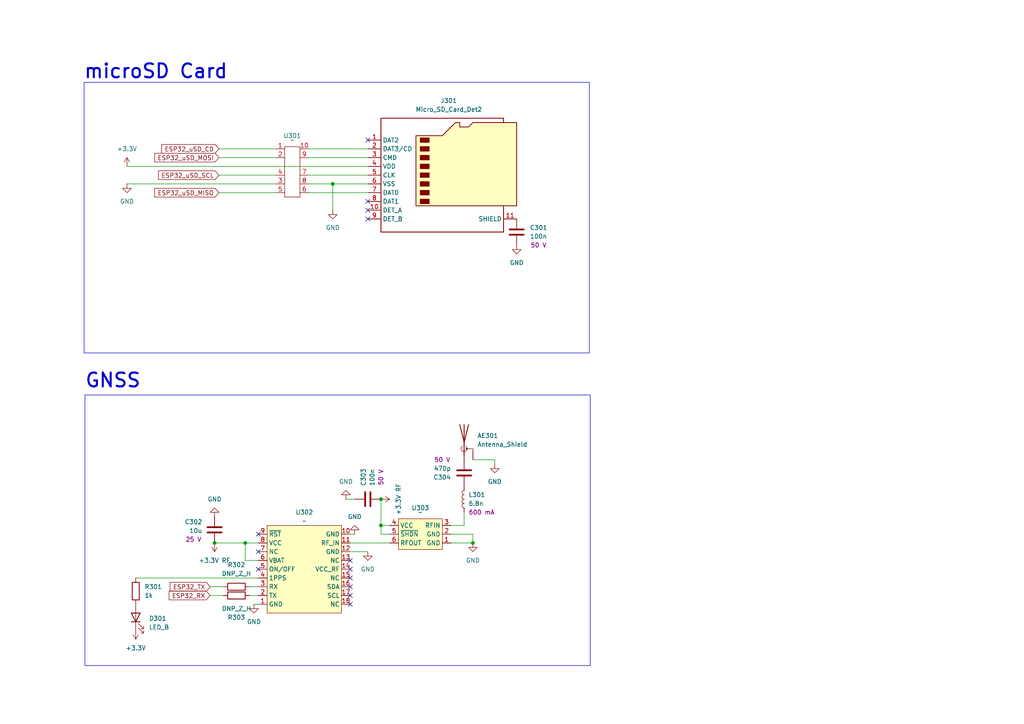
<source format=kicad_sch>
(kicad_sch
	(version 20231120)
	(generator "eeschema")
	(generator_version "8.0")
	(uuid "c42d4b72-aec3-4c2d-9f94-5f55a0b554be")
	(paper "A4")
	(lib_symbols
		(symbol "Connector:Micro_SD_Card_Det2"
			(exclude_from_sim no)
			(in_bom yes)
			(on_board yes)
			(property "Reference" "J"
				(at -16.51 17.78 0)
				(effects
					(font
						(size 1.27 1.27)
					)
				)
			)
			(property "Value" "Micro_SD_Card_Det2"
				(at 16.51 17.78 0)
				(effects
					(font
						(size 1.27 1.27)
					)
					(justify right)
				)
			)
			(property "Footprint" ""
				(at 52.07 17.78 0)
				(effects
					(font
						(size 1.27 1.27)
					)
					(hide yes)
				)
			)
			(property "Datasheet" "https://www.hirose.com/en/product/document?clcode=&productname=&series=DM3&documenttype=Catalog&lang=en&documentid=D49662_en"
				(at 2.54 2.54 0)
				(effects
					(font
						(size 1.27 1.27)
					)
					(hide yes)
				)
			)
			(property "Description" "Micro SD Card Socket with two card detection pins"
				(at 0 0 0)
				(effects
					(font
						(size 1.27 1.27)
					)
					(hide yes)
				)
			)
			(property "ki_keywords" "connector SD microsd"
				(at 0 0 0)
				(effects
					(font
						(size 1.27 1.27)
					)
					(hide yes)
				)
			)
			(property "ki_fp_filters" "microSD*"
				(at 0 0 0)
				(effects
					(font
						(size 1.27 1.27)
					)
					(hide yes)
				)
			)
			(symbol "Micro_SD_Card_Det2_0_1"
				(rectangle
					(start -7.62 -6.985)
					(end -5.08 -8.255)
					(stroke
						(width 0.254)
						(type default)
					)
					(fill
						(type outline)
					)
				)
				(rectangle
					(start -7.62 -4.445)
					(end -5.08 -5.715)
					(stroke
						(width 0.254)
						(type default)
					)
					(fill
						(type outline)
					)
				)
				(rectangle
					(start -7.62 -1.905)
					(end -5.08 -3.175)
					(stroke
						(width 0.254)
						(type default)
					)
					(fill
						(type outline)
					)
				)
				(rectangle
					(start -7.62 0.635)
					(end -5.08 -0.635)
					(stroke
						(width 0.254)
						(type default)
					)
					(fill
						(type outline)
					)
				)
				(rectangle
					(start -7.62 3.175)
					(end -5.08 1.905)
					(stroke
						(width 0.254)
						(type default)
					)
					(fill
						(type outline)
					)
				)
				(rectangle
					(start -7.62 5.715)
					(end -5.08 4.445)
					(stroke
						(width 0.254)
						(type default)
					)
					(fill
						(type outline)
					)
				)
				(rectangle
					(start -7.62 8.255)
					(end -5.08 6.985)
					(stroke
						(width 0.254)
						(type default)
					)
					(fill
						(type outline)
					)
				)
				(rectangle
					(start -7.62 10.795)
					(end -5.08 9.525)
					(stroke
						(width 0.254)
						(type default)
					)
					(fill
						(type outline)
					)
				)
				(polyline
					(pts
						(xy 16.51 15.24) (xy 16.51 16.51) (xy -19.05 16.51) (xy -19.05 -16.51) (xy 16.51 -16.51) (xy 16.51 -8.89)
					)
					(stroke
						(width 0.254)
						(type default)
					)
					(fill
						(type none)
					)
				)
				(polyline
					(pts
						(xy -8.89 -8.89) (xy -8.89 11.43) (xy -1.27 11.43) (xy 2.54 15.24) (xy 3.81 15.24) (xy 3.81 13.97)
						(xy 6.35 13.97) (xy 7.62 15.24) (xy 20.32 15.24) (xy 20.32 -8.89) (xy -8.89 -8.89)
					)
					(stroke
						(width 0.254)
						(type default)
					)
					(fill
						(type background)
					)
				)
			)
			(symbol "Micro_SD_Card_Det2_1_1"
				(pin bidirectional line
					(at -22.86 10.16 0)
					(length 3.81)
					(name "DAT2"
						(effects
							(font
								(size 1.27 1.27)
							)
						)
					)
					(number "1"
						(effects
							(font
								(size 1.27 1.27)
							)
						)
					)
				)
				(pin passive line
					(at -22.86 -10.16 0)
					(length 3.81)
					(name "DET_A"
						(effects
							(font
								(size 1.27 1.27)
							)
						)
					)
					(number "10"
						(effects
							(font
								(size 1.27 1.27)
							)
						)
					)
				)
				(pin passive line
					(at 20.32 -12.7 180)
					(length 3.81)
					(name "SHIELD"
						(effects
							(font
								(size 1.27 1.27)
							)
						)
					)
					(number "11"
						(effects
							(font
								(size 1.27 1.27)
							)
						)
					)
				)
				(pin bidirectional line
					(at -22.86 7.62 0)
					(length 3.81)
					(name "DAT3/CD"
						(effects
							(font
								(size 1.27 1.27)
							)
						)
					)
					(number "2"
						(effects
							(font
								(size 1.27 1.27)
							)
						)
					)
				)
				(pin input line
					(at -22.86 5.08 0)
					(length 3.81)
					(name "CMD"
						(effects
							(font
								(size 1.27 1.27)
							)
						)
					)
					(number "3"
						(effects
							(font
								(size 1.27 1.27)
							)
						)
					)
				)
				(pin power_in line
					(at -22.86 2.54 0)
					(length 3.81)
					(name "VDD"
						(effects
							(font
								(size 1.27 1.27)
							)
						)
					)
					(number "4"
						(effects
							(font
								(size 1.27 1.27)
							)
						)
					)
				)
				(pin input line
					(at -22.86 0 0)
					(length 3.81)
					(name "CLK"
						(effects
							(font
								(size 1.27 1.27)
							)
						)
					)
					(number "5"
						(effects
							(font
								(size 1.27 1.27)
							)
						)
					)
				)
				(pin power_in line
					(at -22.86 -2.54 0)
					(length 3.81)
					(name "VSS"
						(effects
							(font
								(size 1.27 1.27)
							)
						)
					)
					(number "6"
						(effects
							(font
								(size 1.27 1.27)
							)
						)
					)
				)
				(pin bidirectional line
					(at -22.86 -5.08 0)
					(length 3.81)
					(name "DAT0"
						(effects
							(font
								(size 1.27 1.27)
							)
						)
					)
					(number "7"
						(effects
							(font
								(size 1.27 1.27)
							)
						)
					)
				)
				(pin bidirectional line
					(at -22.86 -7.62 0)
					(length 3.81)
					(name "DAT1"
						(effects
							(font
								(size 1.27 1.27)
							)
						)
					)
					(number "8"
						(effects
							(font
								(size 1.27 1.27)
							)
						)
					)
				)
				(pin passive line
					(at -22.86 -12.7 0)
					(length 3.81)
					(name "DET_B"
						(effects
							(font
								(size 1.27 1.27)
							)
						)
					)
					(number "9"
						(effects
							(font
								(size 1.27 1.27)
							)
						)
					)
				)
			)
		)
		(symbol "Device:Antenna_Shield"
			(pin_numbers hide)
			(pin_names
				(offset 1.016) hide)
			(exclude_from_sim no)
			(in_bom yes)
			(on_board yes)
			(property "Reference" "AE"
				(at -1.905 4.445 0)
				(effects
					(font
						(size 1.27 1.27)
					)
					(justify right)
				)
			)
			(property "Value" "Antenna_Shield"
				(at -1.905 2.54 0)
				(effects
					(font
						(size 1.27 1.27)
					)
					(justify right)
				)
			)
			(property "Footprint" ""
				(at 0 2.54 0)
				(effects
					(font
						(size 1.27 1.27)
					)
					(hide yes)
				)
			)
			(property "Datasheet" "~"
				(at 0 2.54 0)
				(effects
					(font
						(size 1.27 1.27)
					)
					(hide yes)
				)
			)
			(property "Description" "Antenna with extra pin for shielding"
				(at 0 0 0)
				(effects
					(font
						(size 1.27 1.27)
					)
					(hide yes)
				)
			)
			(property "ki_keywords" "antenna"
				(at 0 0 0)
				(effects
					(font
						(size 1.27 1.27)
					)
					(hide yes)
				)
			)
			(symbol "Antenna_Shield_0_1"
				(arc
					(start -0.508 -1.143)
					(mid -0.8429 -2.1194)
					(end 0 -2.667)
					(stroke
						(width 0)
						(type default)
					)
					(fill
						(type none)
					)
				)
				(arc
					(start 0 -2.667)
					(mid 0.7989 -2.1052)
					(end 0.508 -1.143)
					(stroke
						(width 0)
						(type default)
					)
					(fill
						(type none)
					)
				)
				(polyline
					(pts
						(xy 0 -2.54) (xy 0 0)
					)
					(stroke
						(width 0)
						(type default)
					)
					(fill
						(type none)
					)
				)
				(polyline
					(pts
						(xy 0 5.08) (xy 0 -3.81)
					)
					(stroke
						(width 0.254)
						(type default)
					)
					(fill
						(type none)
					)
				)
				(polyline
					(pts
						(xy 0.762 -1.905) (xy 2.54 -1.905)
					)
					(stroke
						(width 0)
						(type default)
					)
					(fill
						(type none)
					)
				)
				(polyline
					(pts
						(xy 2.54 -2.54) (xy 2.54 -1.905)
					)
					(stroke
						(width 0)
						(type default)
					)
					(fill
						(type none)
					)
				)
				(polyline
					(pts
						(xy 1.27 5.08) (xy 0 0) (xy -1.27 5.08)
					)
					(stroke
						(width 0.254)
						(type default)
					)
					(fill
						(type none)
					)
				)
				(circle
					(center 0.762 -1.905)
					(radius 0.1778)
					(stroke
						(width 0)
						(type default)
					)
					(fill
						(type outline)
					)
				)
			)
			(symbol "Antenna_Shield_1_1"
				(pin input line
					(at 0 -5.08 90)
					(length 2.54)
					(name "A"
						(effects
							(font
								(size 1.27 1.27)
							)
						)
					)
					(number "1"
						(effects
							(font
								(size 1.27 1.27)
							)
						)
					)
				)
				(pin input line
					(at 2.54 -5.08 90)
					(length 2.54)
					(name "Shield"
						(effects
							(font
								(size 1.27 1.27)
							)
						)
					)
					(number "2"
						(effects
							(font
								(size 1.27 1.27)
							)
						)
					)
				)
			)
		)
		(symbol "Device:C"
			(pin_numbers hide)
			(pin_names
				(offset 0.254)
			)
			(exclude_from_sim no)
			(in_bom yes)
			(on_board yes)
			(property "Reference" "C"
				(at 0.635 2.54 0)
				(effects
					(font
						(size 1.27 1.27)
					)
					(justify left)
				)
			)
			(property "Value" "C"
				(at 0.635 -2.54 0)
				(effects
					(font
						(size 1.27 1.27)
					)
					(justify left)
				)
			)
			(property "Footprint" ""
				(at 0.9652 -3.81 0)
				(effects
					(font
						(size 1.27 1.27)
					)
					(hide yes)
				)
			)
			(property "Datasheet" "~"
				(at 0 0 0)
				(effects
					(font
						(size 1.27 1.27)
					)
					(hide yes)
				)
			)
			(property "Description" "Unpolarized capacitor"
				(at 0 0 0)
				(effects
					(font
						(size 1.27 1.27)
					)
					(hide yes)
				)
			)
			(property "ki_keywords" "cap capacitor"
				(at 0 0 0)
				(effects
					(font
						(size 1.27 1.27)
					)
					(hide yes)
				)
			)
			(property "ki_fp_filters" "C_*"
				(at 0 0 0)
				(effects
					(font
						(size 1.27 1.27)
					)
					(hide yes)
				)
			)
			(symbol "C_0_1"
				(polyline
					(pts
						(xy -2.032 -0.762) (xy 2.032 -0.762)
					)
					(stroke
						(width 0.508)
						(type default)
					)
					(fill
						(type none)
					)
				)
				(polyline
					(pts
						(xy -2.032 0.762) (xy 2.032 0.762)
					)
					(stroke
						(width 0.508)
						(type default)
					)
					(fill
						(type none)
					)
				)
			)
			(symbol "C_1_1"
				(pin passive line
					(at 0 3.81 270)
					(length 2.794)
					(name "~"
						(effects
							(font
								(size 1.27 1.27)
							)
						)
					)
					(number "1"
						(effects
							(font
								(size 1.27 1.27)
							)
						)
					)
				)
				(pin passive line
					(at 0 -3.81 90)
					(length 2.794)
					(name "~"
						(effects
							(font
								(size 1.27 1.27)
							)
						)
					)
					(number "2"
						(effects
							(font
								(size 1.27 1.27)
							)
						)
					)
				)
			)
		)
		(symbol "Device:L"
			(pin_numbers hide)
			(pin_names
				(offset 1.016) hide)
			(exclude_from_sim no)
			(in_bom yes)
			(on_board yes)
			(property "Reference" "L"
				(at -1.27 0 90)
				(effects
					(font
						(size 1.27 1.27)
					)
				)
			)
			(property "Value" "L"
				(at 1.905 0 90)
				(effects
					(font
						(size 1.27 1.27)
					)
				)
			)
			(property "Footprint" ""
				(at 0 0 0)
				(effects
					(font
						(size 1.27 1.27)
					)
					(hide yes)
				)
			)
			(property "Datasheet" "~"
				(at 0 0 0)
				(effects
					(font
						(size 1.27 1.27)
					)
					(hide yes)
				)
			)
			(property "Description" "Inductor"
				(at 0 0 0)
				(effects
					(font
						(size 1.27 1.27)
					)
					(hide yes)
				)
			)
			(property "ki_keywords" "inductor choke coil reactor magnetic"
				(at 0 0 0)
				(effects
					(font
						(size 1.27 1.27)
					)
					(hide yes)
				)
			)
			(property "ki_fp_filters" "Choke_* *Coil* Inductor_* L_*"
				(at 0 0 0)
				(effects
					(font
						(size 1.27 1.27)
					)
					(hide yes)
				)
			)
			(symbol "L_0_1"
				(arc
					(start 0 -2.54)
					(mid 0.6323 -1.905)
					(end 0 -1.27)
					(stroke
						(width 0)
						(type default)
					)
					(fill
						(type none)
					)
				)
				(arc
					(start 0 -1.27)
					(mid 0.6323 -0.635)
					(end 0 0)
					(stroke
						(width 0)
						(type default)
					)
					(fill
						(type none)
					)
				)
				(arc
					(start 0 0)
					(mid 0.6323 0.635)
					(end 0 1.27)
					(stroke
						(width 0)
						(type default)
					)
					(fill
						(type none)
					)
				)
				(arc
					(start 0 1.27)
					(mid 0.6323 1.905)
					(end 0 2.54)
					(stroke
						(width 0)
						(type default)
					)
					(fill
						(type none)
					)
				)
			)
			(symbol "L_1_1"
				(pin passive line
					(at 0 3.81 270)
					(length 1.27)
					(name "1"
						(effects
							(font
								(size 1.27 1.27)
							)
						)
					)
					(number "1"
						(effects
							(font
								(size 1.27 1.27)
							)
						)
					)
				)
				(pin passive line
					(at 0 -3.81 90)
					(length 1.27)
					(name "2"
						(effects
							(font
								(size 1.27 1.27)
							)
						)
					)
					(number "2"
						(effects
							(font
								(size 1.27 1.27)
							)
						)
					)
				)
			)
		)
		(symbol "Device:LED"
			(pin_numbers hide)
			(pin_names
				(offset 1.016) hide)
			(exclude_from_sim no)
			(in_bom yes)
			(on_board yes)
			(property "Reference" "D"
				(at 0 2.54 0)
				(effects
					(font
						(size 1.27 1.27)
					)
				)
			)
			(property "Value" "LED"
				(at 0 -2.54 0)
				(effects
					(font
						(size 1.27 1.27)
					)
				)
			)
			(property "Footprint" ""
				(at 0 0 0)
				(effects
					(font
						(size 1.27 1.27)
					)
					(hide yes)
				)
			)
			(property "Datasheet" "~"
				(at 0 0 0)
				(effects
					(font
						(size 1.27 1.27)
					)
					(hide yes)
				)
			)
			(property "Description" "Light emitting diode"
				(at 0 0 0)
				(effects
					(font
						(size 1.27 1.27)
					)
					(hide yes)
				)
			)
			(property "ki_keywords" "LED diode"
				(at 0 0 0)
				(effects
					(font
						(size 1.27 1.27)
					)
					(hide yes)
				)
			)
			(property "ki_fp_filters" "LED* LED_SMD:* LED_THT:*"
				(at 0 0 0)
				(effects
					(font
						(size 1.27 1.27)
					)
					(hide yes)
				)
			)
			(symbol "LED_0_1"
				(polyline
					(pts
						(xy -1.27 -1.27) (xy -1.27 1.27)
					)
					(stroke
						(width 0.254)
						(type default)
					)
					(fill
						(type none)
					)
				)
				(polyline
					(pts
						(xy -1.27 0) (xy 1.27 0)
					)
					(stroke
						(width 0)
						(type default)
					)
					(fill
						(type none)
					)
				)
				(polyline
					(pts
						(xy 1.27 -1.27) (xy 1.27 1.27) (xy -1.27 0) (xy 1.27 -1.27)
					)
					(stroke
						(width 0.254)
						(type default)
					)
					(fill
						(type none)
					)
				)
				(polyline
					(pts
						(xy -3.048 -0.762) (xy -4.572 -2.286) (xy -3.81 -2.286) (xy -4.572 -2.286) (xy -4.572 -1.524)
					)
					(stroke
						(width 0)
						(type default)
					)
					(fill
						(type none)
					)
				)
				(polyline
					(pts
						(xy -1.778 -0.762) (xy -3.302 -2.286) (xy -2.54 -2.286) (xy -3.302 -2.286) (xy -3.302 -1.524)
					)
					(stroke
						(width 0)
						(type default)
					)
					(fill
						(type none)
					)
				)
			)
			(symbol "LED_1_1"
				(pin passive line
					(at -3.81 0 0)
					(length 2.54)
					(name "K"
						(effects
							(font
								(size 1.27 1.27)
							)
						)
					)
					(number "1"
						(effects
							(font
								(size 1.27 1.27)
							)
						)
					)
				)
				(pin passive line
					(at 3.81 0 180)
					(length 2.54)
					(name "A"
						(effects
							(font
								(size 1.27 1.27)
							)
						)
					)
					(number "2"
						(effects
							(font
								(size 1.27 1.27)
							)
						)
					)
				)
			)
		)
		(symbol "Device:R"
			(pin_numbers hide)
			(pin_names
				(offset 0)
			)
			(exclude_from_sim no)
			(in_bom yes)
			(on_board yes)
			(property "Reference" "R"
				(at 2.032 0 90)
				(effects
					(font
						(size 1.27 1.27)
					)
				)
			)
			(property "Value" "R"
				(at 0 0 90)
				(effects
					(font
						(size 1.27 1.27)
					)
				)
			)
			(property "Footprint" ""
				(at -1.778 0 90)
				(effects
					(font
						(size 1.27 1.27)
					)
					(hide yes)
				)
			)
			(property "Datasheet" "~"
				(at 0 0 0)
				(effects
					(font
						(size 1.27 1.27)
					)
					(hide yes)
				)
			)
			(property "Description" "Resistor"
				(at 0 0 0)
				(effects
					(font
						(size 1.27 1.27)
					)
					(hide yes)
				)
			)
			(property "ki_keywords" "R res resistor"
				(at 0 0 0)
				(effects
					(font
						(size 1.27 1.27)
					)
					(hide yes)
				)
			)
			(property "ki_fp_filters" "R_*"
				(at 0 0 0)
				(effects
					(font
						(size 1.27 1.27)
					)
					(hide yes)
				)
			)
			(symbol "R_0_1"
				(rectangle
					(start -1.016 -2.54)
					(end 1.016 2.54)
					(stroke
						(width 0.254)
						(type default)
					)
					(fill
						(type none)
					)
				)
			)
			(symbol "R_1_1"
				(pin passive line
					(at 0 3.81 270)
					(length 1.27)
					(name "~"
						(effects
							(font
								(size 1.27 1.27)
							)
						)
					)
					(number "1"
						(effects
							(font
								(size 1.27 1.27)
							)
						)
					)
				)
				(pin passive line
					(at 0 -3.81 90)
					(length 1.27)
					(name "~"
						(effects
							(font
								(size 1.27 1.27)
							)
						)
					)
					(number "2"
						(effects
							(font
								(size 1.27 1.27)
							)
						)
					)
				)
			)
		)
		(symbol "Symbols:ATGM336H"
			(exclude_from_sim no)
			(in_bom yes)
			(on_board yes)
			(property "Reference" "U"
				(at -5.588 13.462 0)
				(effects
					(font
						(size 1.27 1.27)
					)
				)
			)
			(property "Value" ""
				(at 1.27 -1.27 0)
				(effects
					(font
						(size 1.27 1.27)
					)
				)
			)
			(property "Footprint" ""
				(at 1.27 -1.27 0)
				(effects
					(font
						(size 1.27 1.27)
					)
					(hide yes)
				)
			)
			(property "Datasheet" ""
				(at 1.27 -1.27 0)
				(effects
					(font
						(size 1.27 1.27)
					)
					(hide yes)
				)
			)
			(property "Description" ""
				(at 1.27 -1.27 0)
				(effects
					(font
						(size 1.27 1.27)
					)
					(hide yes)
				)
			)
			(symbol "ATGM336H_1_1"
				(rectangle
					(start -11.43 12.7)
					(end 10.16 -12.7)
					(stroke
						(width 0)
						(type default)
					)
					(fill
						(type background)
					)
				)
				(pin input line
					(at -13.97 -10.16 0)
					(length 2.54)
					(name "GND"
						(effects
							(font
								(size 1.27 1.27)
							)
						)
					)
					(number "1"
						(effects
							(font
								(size 1.27 1.27)
							)
						)
					)
				)
				(pin input line
					(at 12.7 10.16 180)
					(length 2.54)
					(name "GND"
						(effects
							(font
								(size 1.27 1.27)
							)
						)
					)
					(number "10"
						(effects
							(font
								(size 1.27 1.27)
							)
						)
					)
				)
				(pin input line
					(at 12.7 7.62 180)
					(length 2.54)
					(name "RF_IN"
						(effects
							(font
								(size 1.27 1.27)
							)
						)
					)
					(number "11"
						(effects
							(font
								(size 1.27 1.27)
							)
						)
					)
				)
				(pin input line
					(at 12.7 5.08 180)
					(length 2.54)
					(name "GND"
						(effects
							(font
								(size 1.27 1.27)
							)
						)
					)
					(number "12"
						(effects
							(font
								(size 1.27 1.27)
							)
						)
					)
				)
				(pin input line
					(at 12.7 2.54 180)
					(length 2.54)
					(name "NC"
						(effects
							(font
								(size 1.27 1.27)
							)
						)
					)
					(number "13"
						(effects
							(font
								(size 1.27 1.27)
							)
						)
					)
				)
				(pin input line
					(at 12.7 0 180)
					(length 2.54)
					(name "VCC_RF"
						(effects
							(font
								(size 1.27 1.27)
							)
						)
					)
					(number "14"
						(effects
							(font
								(size 1.27 1.27)
							)
						)
					)
				)
				(pin input line
					(at 12.7 -2.54 180)
					(length 2.54)
					(name "NC"
						(effects
							(font
								(size 1.27 1.27)
							)
						)
					)
					(number "15"
						(effects
							(font
								(size 1.27 1.27)
							)
						)
					)
				)
				(pin input line
					(at 12.7 -5.08 180)
					(length 2.54)
					(name "SDA"
						(effects
							(font
								(size 1.27 1.27)
							)
						)
					)
					(number "16"
						(effects
							(font
								(size 1.27 1.27)
							)
						)
					)
				)
				(pin input line
					(at 12.7 -7.62 180)
					(length 2.54)
					(name "SCL"
						(effects
							(font
								(size 1.27 1.27)
							)
						)
					)
					(number "17"
						(effects
							(font
								(size 1.27 1.27)
							)
						)
					)
				)
				(pin input line
					(at 12.7 -10.16 180)
					(length 2.54)
					(name "NC"
						(effects
							(font
								(size 1.27 1.27)
							)
						)
					)
					(number "18"
						(effects
							(font
								(size 1.27 1.27)
							)
						)
					)
				)
				(pin input line
					(at -13.97 -7.62 0)
					(length 2.54)
					(name "TX"
						(effects
							(font
								(size 1.27 1.27)
							)
						)
					)
					(number "2"
						(effects
							(font
								(size 1.27 1.27)
							)
						)
					)
				)
				(pin input line
					(at -13.97 -5.08 0)
					(length 2.54)
					(name "RX"
						(effects
							(font
								(size 1.27 1.27)
							)
						)
					)
					(number "3"
						(effects
							(font
								(size 1.27 1.27)
							)
						)
					)
				)
				(pin input line
					(at -13.97 -2.54 0)
					(length 2.54)
					(name "1PPS"
						(effects
							(font
								(size 1.27 1.27)
							)
						)
					)
					(number "4"
						(effects
							(font
								(size 1.27 1.27)
							)
						)
					)
				)
				(pin input line
					(at -13.97 0 0)
					(length 2.54)
					(name "ON/OFF"
						(effects
							(font
								(size 1.27 1.27)
							)
						)
					)
					(number "5"
						(effects
							(font
								(size 1.27 1.27)
							)
						)
					)
				)
				(pin input line
					(at -13.97 2.54 0)
					(length 2.54)
					(name "VBAT"
						(effects
							(font
								(size 1.27 1.27)
							)
						)
					)
					(number "6"
						(effects
							(font
								(size 1.27 1.27)
							)
						)
					)
				)
				(pin input line
					(at -13.97 5.08 0)
					(length 2.54)
					(name "NC"
						(effects
							(font
								(size 1.27 1.27)
							)
						)
					)
					(number "7"
						(effects
							(font
								(size 1.27 1.27)
							)
						)
					)
				)
				(pin input line
					(at -13.97 7.62 0)
					(length 2.54)
					(name "VCC"
						(effects
							(font
								(size 1.27 1.27)
							)
						)
					)
					(number "8"
						(effects
							(font
								(size 1.27 1.27)
							)
						)
					)
				)
				(pin input line
					(at -13.97 10.16 0)
					(length 2.54)
					(name "~{RST}"
						(effects
							(font
								(size 1.27 1.27)
							)
						)
					)
					(number "9"
						(effects
							(font
								(size 1.27 1.27)
							)
						)
					)
				)
			)
		)
		(symbol "Symbols:CLAMP0524P"
			(exclude_from_sim no)
			(in_bom yes)
			(on_board yes)
			(property "Reference" "U"
				(at 0 -2.54 0)
				(effects
					(font
						(size 1.27 1.27)
					)
				)
			)
			(property "Value" ""
				(at 0 -2.54 0)
				(effects
					(font
						(size 1.27 1.27)
					)
				)
			)
			(property "Footprint" ""
				(at 0 -2.54 0)
				(effects
					(font
						(size 1.27 1.27)
					)
					(hide yes)
				)
			)
			(property "Datasheet" ""
				(at 0 -2.54 0)
				(effects
					(font
						(size 1.27 1.27)
					)
					(hide yes)
				)
			)
			(property "Description" ""
				(at 0 -2.54 0)
				(effects
					(font
						(size 1.27 1.27)
					)
					(hide yes)
				)
			)
			(symbol "CLAMP0524P_0_1"
				(rectangle
					(start -2.54 5.715)
					(end 1.905 -8.89)
					(stroke
						(width 0)
						(type default)
					)
					(fill
						(type none)
					)
				)
			)
			(symbol "CLAMP0524P_1_1"
				(pin input line
					(at -5.08 5.08 0)
					(length 2.54)
					(name ""
						(effects
							(font
								(size 1.27 1.27)
							)
						)
					)
					(number "1"
						(effects
							(font
								(size 1.27 1.27)
							)
						)
					)
				)
				(pin input line
					(at 4.445 5.08 180)
					(length 2.54)
					(name ""
						(effects
							(font
								(size 1.27 1.27)
							)
						)
					)
					(number "10"
						(effects
							(font
								(size 1.27 1.27)
							)
						)
					)
				)
				(pin input line
					(at -5.08 2.54 0)
					(length 2.54)
					(name ""
						(effects
							(font
								(size 1.27 1.27)
							)
						)
					)
					(number "2"
						(effects
							(font
								(size 1.27 1.27)
							)
						)
					)
				)
				(pin input line
					(at -5.08 -5.08 0)
					(length 2.54)
					(name ""
						(effects
							(font
								(size 1.27 1.27)
							)
						)
					)
					(number "3"
						(effects
							(font
								(size 1.27 1.27)
							)
						)
					)
				)
				(pin input line
					(at -5.08 -2.54 0)
					(length 2.54)
					(name ""
						(effects
							(font
								(size 1.27 1.27)
							)
						)
					)
					(number "4"
						(effects
							(font
								(size 1.27 1.27)
							)
						)
					)
				)
				(pin input line
					(at -5.08 -7.62 0)
					(length 2.54)
					(name ""
						(effects
							(font
								(size 1.27 1.27)
							)
						)
					)
					(number "5"
						(effects
							(font
								(size 1.27 1.27)
							)
						)
					)
				)
				(pin input line
					(at 4.445 -7.62 180)
					(length 2.54)
					(name ""
						(effects
							(font
								(size 1.27 1.27)
							)
						)
					)
					(number "6"
						(effects
							(font
								(size 1.27 1.27)
							)
						)
					)
				)
				(pin input line
					(at 4.445 -2.54 180)
					(length 2.54)
					(name ""
						(effects
							(font
								(size 1.27 1.27)
							)
						)
					)
					(number "7"
						(effects
							(font
								(size 1.27 1.27)
							)
						)
					)
				)
				(pin input line
					(at 4.445 -5.08 180)
					(length 2.54)
					(name ""
						(effects
							(font
								(size 1.27 1.27)
							)
						)
					)
					(number "8"
						(effects
							(font
								(size 1.27 1.27)
							)
						)
					)
				)
				(pin input line
					(at 4.445 2.54 180)
					(length 2.54)
					(name ""
						(effects
							(font
								(size 1.27 1.27)
							)
						)
					)
					(number "9"
						(effects
							(font
								(size 1.27 1.27)
							)
						)
					)
				)
			)
		)
		(symbol "Symbols:MAX2659"
			(exclude_from_sim no)
			(in_bom yes)
			(on_board yes)
			(property "Reference" "U"
				(at -4.826 6.096 0)
				(effects
					(font
						(size 1.27 1.27)
					)
				)
			)
			(property "Value" ""
				(at 0 0 0)
				(effects
					(font
						(size 1.27 1.27)
					)
				)
			)
			(property "Footprint" ""
				(at 0 0 0)
				(effects
					(font
						(size 1.27 1.27)
					)
					(hide yes)
				)
			)
			(property "Datasheet" ""
				(at 0 0 0)
				(effects
					(font
						(size 1.27 1.27)
					)
					(hide yes)
				)
			)
			(property "Description" ""
				(at 0 0 0)
				(effects
					(font
						(size 1.27 1.27)
					)
					(hide yes)
				)
			)
			(symbol "MAX2659_1_1"
				(rectangle
					(start -6.35 4.445)
					(end 6.35 -4.445)
					(stroke
						(width 0)
						(type default)
					)
					(fill
						(type background)
					)
				)
				(pin input line
					(at -8.89 2.54 0)
					(length 2.54)
					(name "GND"
						(effects
							(font
								(size 1.27 1.27)
							)
						)
					)
					(number "1"
						(effects
							(font
								(size 1.27 1.27)
							)
						)
					)
				)
				(pin input line
					(at -8.89 0 0)
					(length 2.54)
					(name "GND"
						(effects
							(font
								(size 1.27 1.27)
							)
						)
					)
					(number "2"
						(effects
							(font
								(size 1.27 1.27)
							)
						)
					)
				)
				(pin input line
					(at -8.89 -2.54 0)
					(length 2.54)
					(name "RFIN"
						(effects
							(font
								(size 1.27 1.27)
							)
						)
					)
					(number "3"
						(effects
							(font
								(size 1.27 1.27)
							)
						)
					)
				)
				(pin input line
					(at 8.89 -2.54 180)
					(length 2.54)
					(name "VCC"
						(effects
							(font
								(size 1.27 1.27)
							)
						)
					)
					(number "4"
						(effects
							(font
								(size 1.27 1.27)
							)
						)
					)
				)
				(pin input line
					(at 8.89 0 180)
					(length 2.54)
					(name "~{SHDN}"
						(effects
							(font
								(size 1.27 1.27)
							)
						)
					)
					(number "5"
						(effects
							(font
								(size 1.27 1.27)
							)
						)
					)
				)
				(pin input line
					(at 8.89 2.54 180)
					(length 2.54)
					(name "RFOUT"
						(effects
							(font
								(size 1.27 1.27)
							)
						)
					)
					(number "6"
						(effects
							(font
								(size 1.27 1.27)
							)
						)
					)
				)
			)
		)
		(symbol "power:+3.3V"
			(power)
			(pin_numbers hide)
			(pin_names
				(offset 0) hide)
			(exclude_from_sim no)
			(in_bom yes)
			(on_board yes)
			(property "Reference" "#PWR"
				(at 0 -3.81 0)
				(effects
					(font
						(size 1.27 1.27)
					)
					(hide yes)
				)
			)
			(property "Value" "+3.3V"
				(at 0 3.556 0)
				(effects
					(font
						(size 1.27 1.27)
					)
				)
			)
			(property "Footprint" ""
				(at 0 0 0)
				(effects
					(font
						(size 1.27 1.27)
					)
					(hide yes)
				)
			)
			(property "Datasheet" ""
				(at 0 0 0)
				(effects
					(font
						(size 1.27 1.27)
					)
					(hide yes)
				)
			)
			(property "Description" "Power symbol creates a global label with name \"+3.3V\""
				(at 0 0 0)
				(effects
					(font
						(size 1.27 1.27)
					)
					(hide yes)
				)
			)
			(property "ki_keywords" "global power"
				(at 0 0 0)
				(effects
					(font
						(size 1.27 1.27)
					)
					(hide yes)
				)
			)
			(symbol "+3.3V_0_1"
				(polyline
					(pts
						(xy -0.762 1.27) (xy 0 2.54)
					)
					(stroke
						(width 0)
						(type default)
					)
					(fill
						(type none)
					)
				)
				(polyline
					(pts
						(xy 0 0) (xy 0 2.54)
					)
					(stroke
						(width 0)
						(type default)
					)
					(fill
						(type none)
					)
				)
				(polyline
					(pts
						(xy 0 2.54) (xy 0.762 1.27)
					)
					(stroke
						(width 0)
						(type default)
					)
					(fill
						(type none)
					)
				)
			)
			(symbol "+3.3V_1_1"
				(pin power_in line
					(at 0 0 90)
					(length 0)
					(name "~"
						(effects
							(font
								(size 1.27 1.27)
							)
						)
					)
					(number "1"
						(effects
							(font
								(size 1.27 1.27)
							)
						)
					)
				)
			)
		)
		(symbol "power:GND"
			(power)
			(pin_numbers hide)
			(pin_names
				(offset 0) hide)
			(exclude_from_sim no)
			(in_bom yes)
			(on_board yes)
			(property "Reference" "#PWR"
				(at 0 -6.35 0)
				(effects
					(font
						(size 1.27 1.27)
					)
					(hide yes)
				)
			)
			(property "Value" "GND"
				(at 0 -3.81 0)
				(effects
					(font
						(size 1.27 1.27)
					)
				)
			)
			(property "Footprint" ""
				(at 0 0 0)
				(effects
					(font
						(size 1.27 1.27)
					)
					(hide yes)
				)
			)
			(property "Datasheet" ""
				(at 0 0 0)
				(effects
					(font
						(size 1.27 1.27)
					)
					(hide yes)
				)
			)
			(property "Description" "Power symbol creates a global label with name \"GND\" , ground"
				(at 0 0 0)
				(effects
					(font
						(size 1.27 1.27)
					)
					(hide yes)
				)
			)
			(property "ki_keywords" "global power"
				(at 0 0 0)
				(effects
					(font
						(size 1.27 1.27)
					)
					(hide yes)
				)
			)
			(symbol "GND_0_1"
				(polyline
					(pts
						(xy 0 0) (xy 0 -1.27) (xy 1.27 -1.27) (xy 0 -2.54) (xy -1.27 -1.27) (xy 0 -1.27)
					)
					(stroke
						(width 0)
						(type default)
					)
					(fill
						(type none)
					)
				)
			)
			(symbol "GND_1_1"
				(pin power_in line
					(at 0 0 270)
					(length 0)
					(name "~"
						(effects
							(font
								(size 1.27 1.27)
							)
						)
					)
					(number "1"
						(effects
							(font
								(size 1.27 1.27)
							)
						)
					)
				)
			)
		)
	)
	(junction
		(at 137.16 157.48)
		(diameter 0)
		(color 0 0 0 0)
		(uuid "0addc506-442e-4a88-8238-3b86a952629e")
	)
	(junction
		(at 96.52 53.34)
		(diameter 0)
		(color 0 0 0 0)
		(uuid "91585360-471d-4c81-bc0a-485c20005609")
	)
	(junction
		(at 62.23 157.48)
		(diameter 0)
		(color 0 0 0 0)
		(uuid "a3873d18-6dcd-4b7f-8a55-7939261d42ff")
	)
	(junction
		(at 71.12 157.48)
		(diameter 0)
		(color 0 0 0 0)
		(uuid "d5124690-23e2-4451-94f8-aa69f6b07a95")
	)
	(junction
		(at 110.49 152.4)
		(diameter 0)
		(color 0 0 0 0)
		(uuid "e721d939-9530-4075-921e-8261ab0ee521")
	)
	(junction
		(at 110.49 144.78)
		(diameter 0)
		(color 0 0 0 0)
		(uuid "f277b603-2191-425a-8823-ae32e94d60bf")
	)
	(no_connect
		(at 106.68 40.64)
		(uuid "1cc61f82-f33e-4012-a332-75535ccee641")
	)
	(no_connect
		(at 101.6 175.26)
		(uuid "28492ee7-3c3a-44e5-b303-36b7b1d86038")
	)
	(no_connect
		(at 101.6 172.72)
		(uuid "58eaee09-7fc0-4e87-81a3-8957ecbfb952")
	)
	(no_connect
		(at 74.93 154.94)
		(uuid "6568b83c-6bd1-4fc1-8982-8dbb05c0b317")
	)
	(no_connect
		(at 106.68 58.42)
		(uuid "6bbb3e14-58f3-4062-be96-0ab46a090f71")
	)
	(no_connect
		(at 101.6 170.18)
		(uuid "8eae23dc-9108-4dc1-9364-8c4c6ef3ed77")
	)
	(no_connect
		(at 74.93 160.02)
		(uuid "98a3d269-f27a-4e91-aa19-bf05df22b04c")
	)
	(no_connect
		(at 106.68 60.96)
		(uuid "b0395750-2dcb-41db-a7f0-f1d0134c3ac4")
	)
	(no_connect
		(at 106.68 63.5)
		(uuid "b92aed35-02ea-465f-b692-4a180000b60d")
	)
	(no_connect
		(at 101.6 167.64)
		(uuid "c3901732-b656-4b63-838d-5b6aaedb4c40")
	)
	(no_connect
		(at 101.6 162.56)
		(uuid "ca889b59-cad0-40d9-bb53-1e1b9b357300")
	)
	(no_connect
		(at 74.93 165.1)
		(uuid "fedc33fb-44e8-4131-aff0-c2e5e81e38cf")
	)
	(no_connect
		(at 101.6 165.1)
		(uuid "ff25481b-4250-422c-adf2-cd7419c21c70")
	)
	(wire
		(pts
			(xy 101.6 157.48) (xy 113.03 157.48)
		)
		(stroke
			(width 0)
			(type default)
		)
		(uuid "008484ae-73bf-4957-b5fa-c67c61f359e8")
	)
	(wire
		(pts
			(xy 39.37 167.64) (xy 74.93 167.64)
		)
		(stroke
			(width 0)
			(type default)
		)
		(uuid "009e7a53-5bed-468e-9846-13c754306eda")
	)
	(wire
		(pts
			(xy 143.51 133.35) (xy 143.51 134.62)
		)
		(stroke
			(width 0)
			(type default)
		)
		(uuid "1a6f7810-6baa-48b0-870b-a4faa0368649")
	)
	(wire
		(pts
			(xy 96.52 53.34) (xy 96.52 60.96)
		)
		(stroke
			(width 0)
			(type default)
		)
		(uuid "1ef429c1-9d08-4a45-984c-029230958d92")
	)
	(wire
		(pts
			(xy 101.6 154.94) (xy 102.87 154.94)
		)
		(stroke
			(width 0)
			(type default)
		)
		(uuid "2a07da71-17c1-42db-a658-89fe922ea228")
	)
	(wire
		(pts
			(xy 113.03 154.94) (xy 110.49 154.94)
		)
		(stroke
			(width 0)
			(type default)
		)
		(uuid "30cc2311-b824-4034-8b2f-52107484e5e3")
	)
	(wire
		(pts
			(xy 89.535 43.18) (xy 106.68 43.18)
		)
		(stroke
			(width 0)
			(type default)
		)
		(uuid "36714d0e-e2f3-4f40-a23d-6bf3f8e8afd1")
	)
	(wire
		(pts
			(xy 137.16 133.35) (xy 143.51 133.35)
		)
		(stroke
			(width 0)
			(type default)
		)
		(uuid "3b474d1d-52be-46b9-ac1e-683ba22cebee")
	)
	(wire
		(pts
			(xy 110.49 144.78) (xy 110.49 152.4)
		)
		(stroke
			(width 0)
			(type default)
		)
		(uuid "3bcd1da4-a6cc-4cff-8c93-31804967f899")
	)
	(wire
		(pts
			(xy 73.66 175.26) (xy 74.93 175.26)
		)
		(stroke
			(width 0)
			(type default)
		)
		(uuid "4edeb803-1dda-4ef0-b8a7-90bbca822896")
	)
	(wire
		(pts
			(xy 63.5 55.88) (xy 80.01 55.88)
		)
		(stroke
			(width 0)
			(type default)
		)
		(uuid "575253a1-e183-48d1-98cc-6f5152589df7")
	)
	(wire
		(pts
			(xy 101.6 160.02) (xy 106.68 160.02)
		)
		(stroke
			(width 0)
			(type default)
		)
		(uuid "5a689763-7a15-4d32-b748-4691a6599e4d")
	)
	(wire
		(pts
			(xy 60.96 172.72) (xy 64.77 172.72)
		)
		(stroke
			(width 0)
			(type default)
		)
		(uuid "636f7ffe-1ca8-4e2c-a27a-4dd7a573f77a")
	)
	(wire
		(pts
			(xy 62.23 157.48) (xy 71.12 157.48)
		)
		(stroke
			(width 0)
			(type default)
		)
		(uuid "652be1bc-4078-4f0f-a77f-e0970c810aa2")
	)
	(wire
		(pts
			(xy 36.83 53.34) (xy 80.01 53.34)
		)
		(stroke
			(width 0)
			(type default)
		)
		(uuid "6ad50d23-5059-435d-89bb-cdf6f1b7b24a")
	)
	(wire
		(pts
			(xy 89.535 53.34) (xy 96.52 53.34)
		)
		(stroke
			(width 0)
			(type default)
		)
		(uuid "70727908-dace-40ba-b4d0-0c0905d391b2")
	)
	(wire
		(pts
			(xy 71.12 162.56) (xy 74.93 162.56)
		)
		(stroke
			(width 0)
			(type default)
		)
		(uuid "74af522f-d660-4dba-810e-cd6c65e3e571")
	)
	(wire
		(pts
			(xy 96.52 53.34) (xy 106.68 53.34)
		)
		(stroke
			(width 0)
			(type default)
		)
		(uuid "7b6ff5ea-622f-455b-b2cf-b707e72400bc")
	)
	(wire
		(pts
			(xy 63.5 43.18) (xy 80.01 43.18)
		)
		(stroke
			(width 0)
			(type default)
		)
		(uuid "94bdc5e8-4e8e-43a7-9dc7-b1cbf47af3fa")
	)
	(wire
		(pts
			(xy 89.535 45.72) (xy 106.68 45.72)
		)
		(stroke
			(width 0)
			(type default)
		)
		(uuid "95c39a67-c58a-4c88-9987-fc2f08aeee4a")
	)
	(wire
		(pts
			(xy 134.62 148.59) (xy 134.62 152.4)
		)
		(stroke
			(width 0)
			(type default)
		)
		(uuid "97e1fa86-7d0a-4a9c-b74e-28db0485c5b3")
	)
	(wire
		(pts
			(xy 71.12 157.48) (xy 74.93 157.48)
		)
		(stroke
			(width 0)
			(type default)
		)
		(uuid "98c71722-6aae-459d-b36e-e0f7a56eec1d")
	)
	(wire
		(pts
			(xy 89.535 55.88) (xy 106.68 55.88)
		)
		(stroke
			(width 0)
			(type default)
		)
		(uuid "9a2f2b9d-fdcc-429c-be5e-afcbf99a5637")
	)
	(wire
		(pts
			(xy 72.39 172.72) (xy 74.93 172.72)
		)
		(stroke
			(width 0)
			(type default)
		)
		(uuid "9acd950f-d183-442d-9d1b-9a411a12d30f")
	)
	(wire
		(pts
			(xy 137.16 157.48) (xy 137.16 154.94)
		)
		(stroke
			(width 0)
			(type default)
		)
		(uuid "9cc2da28-c7dd-4039-9ddf-c6c5b204012a")
	)
	(wire
		(pts
			(xy 110.49 152.4) (xy 113.03 152.4)
		)
		(stroke
			(width 0)
			(type default)
		)
		(uuid "a53dd86f-0ad8-4048-9115-18de95623d96")
	)
	(wire
		(pts
			(xy 130.81 157.48) (xy 137.16 157.48)
		)
		(stroke
			(width 0)
			(type default)
		)
		(uuid "af0d3f57-28fa-49d7-91f6-06f0f95ab776")
	)
	(wire
		(pts
			(xy 72.39 170.18) (xy 74.93 170.18)
		)
		(stroke
			(width 0)
			(type default)
		)
		(uuid "b32b2c4c-6ab6-44a7-bb19-17cdbe29e7cf")
	)
	(wire
		(pts
			(xy 110.49 154.94) (xy 110.49 152.4)
		)
		(stroke
			(width 0)
			(type default)
		)
		(uuid "b5e78a85-d47d-4653-bee3-63879bdc5638")
	)
	(wire
		(pts
			(xy 100.33 144.78) (xy 102.87 144.78)
		)
		(stroke
			(width 0)
			(type default)
		)
		(uuid "b6ff46b3-d49c-442b-ab2e-c0d8eb800f56")
	)
	(wire
		(pts
			(xy 130.81 152.4) (xy 134.62 152.4)
		)
		(stroke
			(width 0)
			(type default)
		)
		(uuid "b96cf915-2443-4b18-8681-d1fa3eab48fa")
	)
	(wire
		(pts
			(xy 89.535 50.8) (xy 106.68 50.8)
		)
		(stroke
			(width 0)
			(type default)
		)
		(uuid "c2da753d-8e0f-4b68-a8b1-9740854848a9")
	)
	(wire
		(pts
			(xy 36.83 48.26) (xy 106.68 48.26)
		)
		(stroke
			(width 0)
			(type default)
		)
		(uuid "de999cab-23b2-4e2d-a88f-44a3e07d9b22")
	)
	(wire
		(pts
			(xy 63.5 45.72) (xy 80.01 45.72)
		)
		(stroke
			(width 0)
			(type default)
		)
		(uuid "e1159933-7d5d-4bb7-81e3-f7a9fe2f312f")
	)
	(wire
		(pts
			(xy 63.5 50.8) (xy 80.01 50.8)
		)
		(stroke
			(width 0)
			(type default)
		)
		(uuid "e6158fa1-2dd8-4320-b887-6e8e44d1feb5")
	)
	(wire
		(pts
			(xy 71.12 157.48) (xy 71.12 162.56)
		)
		(stroke
			(width 0)
			(type default)
		)
		(uuid "e7da55b8-8a7c-4d7c-ac1b-c58a7c8e218f")
	)
	(wire
		(pts
			(xy 130.81 154.94) (xy 137.16 154.94)
		)
		(stroke
			(width 0)
			(type default)
		)
		(uuid "f32fa383-6847-4b09-8d5c-84c66412bb7c")
	)
	(wire
		(pts
			(xy 60.96 170.18) (xy 64.77 170.18)
		)
		(stroke
			(width 0)
			(type default)
		)
		(uuid "fc04c35b-df5a-422f-958f-35681fc1ead0")
	)
	(rectangle
		(start 24.384 23.876)
		(end 170.942 102.362)
		(stroke
			(width 0)
			(type default)
		)
		(fill
			(type none)
		)
		(uuid 4c56b470-8ac9-4a4c-a7ac-05b20d7e2803)
	)
	(rectangle
		(start 24.638 114.554)
		(end 171.196 193.04)
		(stroke
			(width 0)
			(type default)
		)
		(fill
			(type none)
		)
		(uuid 838b4616-8975-4dfa-82e5-e2a80b5fee1c)
	)
	(text "microSD Card"
		(exclude_from_sim no)
		(at 45.212 20.828 0)
		(effects
			(font
				(size 4 4)
				(thickness 0.6)
				(bold yes)
			)
		)
		(uuid "2aa6ff8a-b5bd-42e4-aee1-7e803b79dd42")
	)
	(text "GNSS"
		(exclude_from_sim no)
		(at 32.766 110.49 0)
		(effects
			(font
				(size 4 4)
				(thickness 0.6)
				(bold yes)
			)
		)
		(uuid "49acc302-ec98-4d35-bcf9-c0e209eaf5b9")
	)
	(global_label "ESP32_uSD_MOSI"
		(shape input)
		(at 63.5 45.72 180)
		(fields_autoplaced yes)
		(effects
			(font
				(size 1.27 1.27)
			)
			(justify right)
		)
		(uuid "38bafff2-bed9-4ba3-afa2-f54466ac128a")
		(property "Intersheetrefs" "${INTERSHEET_REFS}"
			(at 44.3074 45.72 0)
			(effects
				(font
					(size 1.27 1.27)
				)
				(justify right)
				(hide yes)
			)
		)
	)
	(global_label "ESP32_TX"
		(shape input)
		(at 60.96 170.18 180)
		(fields_autoplaced yes)
		(effects
			(font
				(size 1.27 1.27)
			)
			(justify right)
		)
		(uuid "39617c22-933d-42b1-9bc5-f14e4f4ac85a")
		(property "Intersheetrefs" "${INTERSHEET_REFS}"
			(at 48.7826 170.18 0)
			(effects
				(font
					(size 1.27 1.27)
				)
				(justify right)
				(hide yes)
			)
		)
	)
	(global_label "ESP32_uSD_SCL"
		(shape input)
		(at 63.5 50.8 180)
		(fields_autoplaced yes)
		(effects
			(font
				(size 1.27 1.27)
			)
			(justify right)
		)
		(uuid "cf29b7ae-4774-46e7-81c8-15b65f5a0897")
		(property "Intersheetrefs" "${INTERSHEET_REFS}"
			(at 45.396 50.8 0)
			(effects
				(font
					(size 1.27 1.27)
				)
				(justify right)
				(hide yes)
			)
		)
	)
	(global_label "ESP32_uSD_MISO"
		(shape input)
		(at 63.5 55.88 180)
		(fields_autoplaced yes)
		(effects
			(font
				(size 1.27 1.27)
			)
			(justify right)
		)
		(uuid "d69a1d3e-bdf2-49b5-ada3-6009dc4ebdca")
		(property "Intersheetrefs" "${INTERSHEET_REFS}"
			(at 44.3074 55.88 0)
			(effects
				(font
					(size 1.27 1.27)
				)
				(justify right)
				(hide yes)
			)
		)
	)
	(global_label "ESP32_RX"
		(shape input)
		(at 60.96 172.72 180)
		(fields_autoplaced yes)
		(effects
			(font
				(size 1.27 1.27)
			)
			(justify right)
		)
		(uuid "e876713d-c102-4701-82da-ffdad0d3149d")
		(property "Intersheetrefs" "${INTERSHEET_REFS}"
			(at 48.4802 172.72 0)
			(effects
				(font
					(size 1.27 1.27)
				)
				(justify right)
				(hide yes)
			)
		)
	)
	(global_label "ESP32_uSD_CD"
		(shape input)
		(at 63.5 43.18 180)
		(fields_autoplaced yes)
		(effects
			(font
				(size 1.27 1.27)
			)
			(justify right)
		)
		(uuid "ea2259cb-fc6f-45eb-8701-3269c367ff81")
		(property "Intersheetrefs" "${INTERSHEET_REFS}"
			(at 46.3636 43.18 0)
			(effects
				(font
					(size 1.27 1.27)
				)
				(justify right)
				(hide yes)
			)
		)
	)
	(symbol
		(lib_id "power:GND")
		(at 137.16 157.48 0)
		(unit 1)
		(exclude_from_sim no)
		(in_bom yes)
		(on_board yes)
		(dnp no)
		(fields_autoplaced yes)
		(uuid "0ac5389c-cadf-4431-91c2-2448c7ca82ce")
		(property "Reference" "#PWR0307"
			(at 137.16 163.83 0)
			(effects
				(font
					(size 1.27 1.27)
				)
				(hide yes)
			)
		)
		(property "Value" "GND"
			(at 137.16 162.56 0)
			(effects
				(font
					(size 1.27 1.27)
				)
			)
		)
		(property "Footprint" ""
			(at 137.16 157.48 0)
			(effects
				(font
					(size 1.27 1.27)
				)
				(hide yes)
			)
		)
		(property "Datasheet" ""
			(at 137.16 157.48 0)
			(effects
				(font
					(size 1.27 1.27)
				)
				(hide yes)
			)
		)
		(property "Description" "Power symbol creates a global label with name \"GND\" , ground"
			(at 137.16 157.48 0)
			(effects
				(font
					(size 1.27 1.27)
				)
				(hide yes)
			)
		)
		(pin "1"
			(uuid "9d9dea20-a00a-40fc-b7e1-99658e4ce95f")
		)
		(instances
			(project "Stella_Ignis"
				(path "/c5d11792-4973-4485-9e35-93f3d5d05151/9b8d8195-682a-4cc2-977f-3a280ad6e460"
					(reference "#PWR0307")
					(unit 1)
				)
			)
		)
	)
	(symbol
		(lib_id "power:GND")
		(at 36.83 53.34 0)
		(unit 1)
		(exclude_from_sim no)
		(in_bom yes)
		(on_board yes)
		(dnp no)
		(fields_autoplaced yes)
		(uuid "11b08ef0-54dc-47ed-a153-2d1468d9d62e")
		(property "Reference" "#PWR0137"
			(at 36.83 59.69 0)
			(effects
				(font
					(size 1.27 1.27)
				)
				(hide yes)
			)
		)
		(property "Value" "GND"
			(at 36.83 58.42 0)
			(effects
				(font
					(size 1.27 1.27)
				)
			)
		)
		(property "Footprint" ""
			(at 36.83 53.34 0)
			(effects
				(font
					(size 1.27 1.27)
				)
				(hide yes)
			)
		)
		(property "Datasheet" ""
			(at 36.83 53.34 0)
			(effects
				(font
					(size 1.27 1.27)
				)
				(hide yes)
			)
		)
		(property "Description" "Power symbol creates a global label with name \"GND\" , ground"
			(at 36.83 53.34 0)
			(effects
				(font
					(size 1.27 1.27)
				)
				(hide yes)
			)
		)
		(pin "1"
			(uuid "f9dd3bb5-72fe-4f31-b62d-b3938b24bb3a")
		)
		(instances
			(project "Stella_Ignis"
				(path "/c5d11792-4973-4485-9e35-93f3d5d05151/9b8d8195-682a-4cc2-977f-3a280ad6e460"
					(reference "#PWR0137")
					(unit 1)
				)
			)
		)
	)
	(symbol
		(lib_id "power:GND")
		(at 62.23 149.86 180)
		(unit 1)
		(exclude_from_sim no)
		(in_bom yes)
		(on_board yes)
		(dnp no)
		(fields_autoplaced yes)
		(uuid "137b47f5-714c-47ff-bc5a-d0d927eccc4a")
		(property "Reference" "#PWR0303"
			(at 62.23 143.51 0)
			(effects
				(font
					(size 1.27 1.27)
				)
				(hide yes)
			)
		)
		(property "Value" "GND"
			(at 62.23 144.78 0)
			(effects
				(font
					(size 1.27 1.27)
				)
			)
		)
		(property "Footprint" ""
			(at 62.23 149.86 0)
			(effects
				(font
					(size 1.27 1.27)
				)
				(hide yes)
			)
		)
		(property "Datasheet" ""
			(at 62.23 149.86 0)
			(effects
				(font
					(size 1.27 1.27)
				)
				(hide yes)
			)
		)
		(property "Description" "Power symbol creates a global label with name \"GND\" , ground"
			(at 62.23 149.86 0)
			(effects
				(font
					(size 1.27 1.27)
				)
				(hide yes)
			)
		)
		(pin "1"
			(uuid "4fefbd4d-b3cf-4a24-a1ce-57296e773587")
		)
		(instances
			(project "Stella_Ignis"
				(path "/c5d11792-4973-4485-9e35-93f3d5d05151/9b8d8195-682a-4cc2-977f-3a280ad6e460"
					(reference "#PWR0303")
					(unit 1)
				)
			)
		)
	)
	(symbol
		(lib_id "Device:R")
		(at 39.37 171.45 0)
		(unit 1)
		(exclude_from_sim no)
		(in_bom yes)
		(on_board yes)
		(dnp no)
		(fields_autoplaced yes)
		(uuid "206cb7d4-2fec-4905-b5a4-063917582cf5")
		(property "Reference" "R301"
			(at 41.91 170.1799 0)
			(effects
				(font
					(size 1.27 1.27)
				)
				(justify left)
			)
		)
		(property "Value" "1k"
			(at 41.91 172.7199 0)
			(effects
				(font
					(size 1.27 1.27)
				)
				(justify left)
			)
		)
		(property "Footprint" "Resistor_SMD:R_0402_1005Metric"
			(at 37.592 171.45 90)
			(effects
				(font
					(size 1.27 1.27)
				)
				(hide yes)
			)
		)
		(property "Datasheet" "~"
			(at 39.37 171.45 0)
			(effects
				(font
					(size 1.27 1.27)
				)
				(hide yes)
			)
		)
		(property "Description" "Resistor"
			(at 39.37 171.45 0)
			(effects
				(font
					(size 1.27 1.27)
				)
				(hide yes)
			)
		)
		(property "Vendor" "C102748"
			(at 39.37 171.45 0)
			(effects
				(font
					(size 1.27 1.27)
				)
				(hide yes)
			)
		)
		(pin "1"
			(uuid "d92e8bf9-de68-455e-adb4-082220fdbc03")
		)
		(pin "2"
			(uuid "ad382b95-7a03-4c4a-9315-c7998d0aad80")
		)
		(instances
			(project "Stella_Ignis"
				(path "/c5d11792-4973-4485-9e35-93f3d5d05151/9b8d8195-682a-4cc2-977f-3a280ad6e460"
					(reference "R301")
					(unit 1)
				)
			)
		)
	)
	(symbol
		(lib_id "Device:R")
		(at 68.58 172.72 270)
		(mirror x)
		(unit 1)
		(exclude_from_sim no)
		(in_bom yes)
		(on_board yes)
		(dnp no)
		(uuid "273d6f41-aa0d-48da-a490-be2643a3a54a")
		(property "Reference" "R303"
			(at 68.58 179.07 90)
			(effects
				(font
					(size 1.27 1.27)
				)
			)
		)
		(property "Value" "DNP_Z_H"
			(at 68.58 176.53 90)
			(effects
				(font
					(size 1.27 1.27)
				)
			)
		)
		(property "Footprint" "Resistor_SMD:R_0402_1005Metric"
			(at 68.58 174.498 90)
			(effects
				(font
					(size 1.27 1.27)
				)
				(hide yes)
			)
		)
		(property "Datasheet" "~"
			(at 68.58 172.72 0)
			(effects
				(font
					(size 1.27 1.27)
				)
				(hide yes)
			)
		)
		(property "Description" "Resistor"
			(at 68.58 172.72 0)
			(effects
				(font
					(size 1.27 1.27)
				)
				(hide yes)
			)
		)
		(pin "1"
			(uuid "a500031f-2215-4735-a24c-c7db67e7d729")
		)
		(pin "2"
			(uuid "297ed3c4-d384-4e90-a8c6-122604a7a155")
		)
		(instances
			(project "Stella_Ignis"
				(path "/c5d11792-4973-4485-9e35-93f3d5d05151/9b8d8195-682a-4cc2-977f-3a280ad6e460"
					(reference "R303")
					(unit 1)
				)
			)
		)
	)
	(symbol
		(lib_id "Device:LED")
		(at 39.37 179.07 90)
		(unit 1)
		(exclude_from_sim no)
		(in_bom yes)
		(on_board yes)
		(dnp no)
		(fields_autoplaced yes)
		(uuid "34967ebb-71b8-4291-94a5-76484952c6a0")
		(property "Reference" "D301"
			(at 43.18 179.3874 90)
			(effects
				(font
					(size 1.27 1.27)
				)
				(justify right)
			)
		)
		(property "Value" "LED_B"
			(at 43.18 181.9274 90)
			(effects
				(font
					(size 1.27 1.27)
				)
				(justify right)
			)
		)
		(property "Footprint" "Diode_SMD:D_0603_1608Metric"
			(at 39.37 179.07 0)
			(effects
				(font
					(size 1.27 1.27)
				)
				(hide yes)
			)
		)
		(property "Datasheet" "~"
			(at 39.37 179.07 0)
			(effects
				(font
					(size 1.27 1.27)
				)
				(hide yes)
			)
		)
		(property "Description" "Light emitting diode"
			(at 39.37 179.07 0)
			(effects
				(font
					(size 1.27 1.27)
				)
				(hide yes)
			)
		)
		(property "Vendor" "C5355458"
			(at 39.37 179.07 90)
			(effects
				(font
					(size 1.27 1.27)
				)
				(hide yes)
			)
		)
		(pin "1"
			(uuid "cce53d9f-5b55-4d6e-93d9-c4eabac759f6")
		)
		(pin "2"
			(uuid "ea4777ab-274f-4768-b54c-34243f36c4c1")
		)
		(instances
			(project "Stella_Ignis"
				(path "/c5d11792-4973-4485-9e35-93f3d5d05151/9b8d8195-682a-4cc2-977f-3a280ad6e460"
					(reference "D301")
					(unit 1)
				)
			)
		)
	)
	(symbol
		(lib_id "Device:Antenna_Shield")
		(at 134.62 128.27 0)
		(unit 1)
		(exclude_from_sim no)
		(in_bom yes)
		(on_board yes)
		(dnp no)
		(fields_autoplaced yes)
		(uuid "3db9d00e-cf5d-4576-8ce2-c1ab029e6657")
		(property "Reference" "AE301"
			(at 138.43 126.3649 0)
			(effects
				(font
					(size 1.27 1.27)
				)
				(justify left)
			)
		)
		(property "Value" "Antenna_Shield"
			(at 138.43 128.9049 0)
			(effects
				(font
					(size 1.27 1.27)
				)
				(justify left)
			)
		)
		(property "Footprint" "Connector_Coaxial:U.FL_Hirose_U.FL-R-SMT-1_Vertical"
			(at 134.62 125.73 0)
			(effects
				(font
					(size 1.27 1.27)
				)
				(hide yes)
			)
		)
		(property "Datasheet" "~"
			(at 134.62 125.73 0)
			(effects
				(font
					(size 1.27 1.27)
				)
				(hide yes)
			)
		)
		(property "Description" "Antenna with extra pin for shielding"
			(at 134.62 128.27 0)
			(effects
				(font
					(size 1.27 1.27)
				)
				(hide yes)
			)
		)
		(pin "2"
			(uuid "95e059ff-ae3f-4a32-bf98-b13faa87e944")
		)
		(pin "1"
			(uuid "d3dc0105-c34f-44cb-b966-894075469980")
		)
		(instances
			(project ""
				(path "/c5d11792-4973-4485-9e35-93f3d5d05151/9b8d8195-682a-4cc2-977f-3a280ad6e460"
					(reference "AE301")
					(unit 1)
				)
			)
		)
	)
	(symbol
		(lib_id "power:GND")
		(at 143.51 134.62 0)
		(unit 1)
		(exclude_from_sim no)
		(in_bom yes)
		(on_board yes)
		(dnp no)
		(fields_autoplaced yes)
		(uuid "57103a62-5ab8-49e9-80a8-bd749c552745")
		(property "Reference" "#PWR0309"
			(at 143.51 140.97 0)
			(effects
				(font
					(size 1.27 1.27)
				)
				(hide yes)
			)
		)
		(property "Value" "GND"
			(at 143.51 139.7 0)
			(effects
				(font
					(size 1.27 1.27)
				)
			)
		)
		(property "Footprint" ""
			(at 143.51 134.62 0)
			(effects
				(font
					(size 1.27 1.27)
				)
				(hide yes)
			)
		)
		(property "Datasheet" ""
			(at 143.51 134.62 0)
			(effects
				(font
					(size 1.27 1.27)
				)
				(hide yes)
			)
		)
		(property "Description" "Power symbol creates a global label with name \"GND\" , ground"
			(at 143.51 134.62 0)
			(effects
				(font
					(size 1.27 1.27)
				)
				(hide yes)
			)
		)
		(pin "1"
			(uuid "b85c4327-9423-4249-b143-f4a1b4f7ec3b")
		)
		(instances
			(project "Stella_Ignis"
				(path "/c5d11792-4973-4485-9e35-93f3d5d05151/9b8d8195-682a-4cc2-977f-3a280ad6e460"
					(reference "#PWR0309")
					(unit 1)
				)
			)
		)
	)
	(symbol
		(lib_id "power:GND")
		(at 100.33 144.78 180)
		(unit 1)
		(exclude_from_sim no)
		(in_bom yes)
		(on_board yes)
		(dnp no)
		(fields_autoplaced yes)
		(uuid "5b45d607-4ffd-4b5f-878d-576ec3c24198")
		(property "Reference" "#PWR0308"
			(at 100.33 138.43 0)
			(effects
				(font
					(size 1.27 1.27)
				)
				(hide yes)
			)
		)
		(property "Value" "GND"
			(at 100.33 139.7 0)
			(effects
				(font
					(size 1.27 1.27)
				)
			)
		)
		(property "Footprint" ""
			(at 100.33 144.78 0)
			(effects
				(font
					(size 1.27 1.27)
				)
				(hide yes)
			)
		)
		(property "Datasheet" ""
			(at 100.33 144.78 0)
			(effects
				(font
					(size 1.27 1.27)
				)
				(hide yes)
			)
		)
		(property "Description" "Power symbol creates a global label with name \"GND\" , ground"
			(at 100.33 144.78 0)
			(effects
				(font
					(size 1.27 1.27)
				)
				(hide yes)
			)
		)
		(pin "1"
			(uuid "621a5ac0-4bbe-49c2-ae51-cc2870788e56")
		)
		(instances
			(project "Stella_Ignis"
				(path "/c5d11792-4973-4485-9e35-93f3d5d05151/9b8d8195-682a-4cc2-977f-3a280ad6e460"
					(reference "#PWR0308")
					(unit 1)
				)
			)
		)
	)
	(symbol
		(lib_id "power:GND")
		(at 96.52 60.96 0)
		(unit 1)
		(exclude_from_sim no)
		(in_bom yes)
		(on_board yes)
		(dnp no)
		(fields_autoplaced yes)
		(uuid "602fb0da-e29e-4002-8fe7-fdd615991ae4")
		(property "Reference" "#PWR0310"
			(at 96.52 67.31 0)
			(effects
				(font
					(size 1.27 1.27)
				)
				(hide yes)
			)
		)
		(property "Value" "GND"
			(at 96.52 66.04 0)
			(effects
				(font
					(size 1.27 1.27)
				)
			)
		)
		(property "Footprint" ""
			(at 96.52 60.96 0)
			(effects
				(font
					(size 1.27 1.27)
				)
				(hide yes)
			)
		)
		(property "Datasheet" ""
			(at 96.52 60.96 0)
			(effects
				(font
					(size 1.27 1.27)
				)
				(hide yes)
			)
		)
		(property "Description" "Power symbol creates a global label with name \"GND\" , ground"
			(at 96.52 60.96 0)
			(effects
				(font
					(size 1.27 1.27)
				)
				(hide yes)
			)
		)
		(pin "1"
			(uuid "f695c0a5-6904-47a8-8d5c-9ef6444e6b04")
		)
		(instances
			(project "Stella_Ignis"
				(path "/c5d11792-4973-4485-9e35-93f3d5d05151/9b8d8195-682a-4cc2-977f-3a280ad6e460"
					(reference "#PWR0310")
					(unit 1)
				)
			)
		)
	)
	(symbol
		(lib_id "power:GND")
		(at 102.87 154.94 180)
		(unit 1)
		(exclude_from_sim no)
		(in_bom yes)
		(on_board yes)
		(dnp no)
		(fields_autoplaced yes)
		(uuid "625cc601-fa83-4e5b-8c65-c3351479019c")
		(property "Reference" "#PWR0302"
			(at 102.87 148.59 0)
			(effects
				(font
					(size 1.27 1.27)
				)
				(hide yes)
			)
		)
		(property "Value" "GND"
			(at 102.87 149.86 0)
			(effects
				(font
					(size 1.27 1.27)
				)
			)
		)
		(property "Footprint" ""
			(at 102.87 154.94 0)
			(effects
				(font
					(size 1.27 1.27)
				)
				(hide yes)
			)
		)
		(property "Datasheet" ""
			(at 102.87 154.94 0)
			(effects
				(font
					(size 1.27 1.27)
				)
				(hide yes)
			)
		)
		(property "Description" "Power symbol creates a global label with name \"GND\" , ground"
			(at 102.87 154.94 0)
			(effects
				(font
					(size 1.27 1.27)
				)
				(hide yes)
			)
		)
		(pin "1"
			(uuid "c2f290fb-f300-499d-ad7f-d8c4cfaaa3b6")
		)
		(instances
			(project "Stella_Ignis"
				(path "/c5d11792-4973-4485-9e35-93f3d5d05151/9b8d8195-682a-4cc2-977f-3a280ad6e460"
					(reference "#PWR0302")
					(unit 1)
				)
			)
		)
	)
	(symbol
		(lib_id "Symbols:MAX2659")
		(at 121.92 154.94 180)
		(unit 1)
		(exclude_from_sim no)
		(in_bom yes)
		(on_board yes)
		(dnp no)
		(fields_autoplaced yes)
		(uuid "75c22cb1-72ac-43a1-b6fe-ac4f01025d29")
		(property "Reference" "U303"
			(at 121.92 147.32 0)
			(effects
				(font
					(size 1.27 1.27)
				)
			)
		)
		(property "Value" "~"
			(at 121.92 148.59 0)
			(effects
				(font
					(size 1.27 1.27)
				)
			)
		)
		(property "Footprint" "Package_DFN_QFN:DFN-6-1EP_2x2mm_P0.5mm_EP0.61x1.42mm"
			(at 121.92 154.94 0)
			(effects
				(font
					(size 1.27 1.27)
				)
				(hide yes)
			)
		)
		(property "Datasheet" ""
			(at 121.92 154.94 0)
			(effects
				(font
					(size 1.27 1.27)
				)
				(hide yes)
			)
		)
		(property "Description" ""
			(at 121.92 154.94 0)
			(effects
				(font
					(size 1.27 1.27)
				)
				(hide yes)
			)
		)
		(pin "4"
			(uuid "b614eba8-437e-4b58-ad66-25dade08d30b")
		)
		(pin "6"
			(uuid "ceb0ec7e-b253-431b-aaed-70a00076ae31")
		)
		(pin "5"
			(uuid "a4dd51f6-0cce-4955-8b66-8c25a19eeb50")
		)
		(pin "1"
			(uuid "03e2daba-85bd-428a-ad3c-996cc7e788e1")
		)
		(pin "2"
			(uuid "7e59c5b1-e252-4128-9e85-eb7f775905b7")
		)
		(pin "3"
			(uuid "5ebc915a-c113-49dd-b1bf-f026442f5884")
		)
		(instances
			(project ""
				(path "/c5d11792-4973-4485-9e35-93f3d5d05151/9b8d8195-682a-4cc2-977f-3a280ad6e460"
					(reference "U303")
					(unit 1)
				)
			)
		)
	)
	(symbol
		(lib_id "power:GND")
		(at 106.68 160.02 0)
		(unit 1)
		(exclude_from_sim no)
		(in_bom yes)
		(on_board yes)
		(dnp no)
		(fields_autoplaced yes)
		(uuid "89af3236-4dc7-4d8f-98ee-b19bea9a0965")
		(property "Reference" "#PWR0311"
			(at 106.68 166.37 0)
			(effects
				(font
					(size 1.27 1.27)
				)
				(hide yes)
			)
		)
		(property "Value" "GND"
			(at 106.68 165.1 0)
			(effects
				(font
					(size 1.27 1.27)
				)
			)
		)
		(property "Footprint" ""
			(at 106.68 160.02 0)
			(effects
				(font
					(size 1.27 1.27)
				)
				(hide yes)
			)
		)
		(property "Datasheet" ""
			(at 106.68 160.02 0)
			(effects
				(font
					(size 1.27 1.27)
				)
				(hide yes)
			)
		)
		(property "Description" "Power symbol creates a global label with name \"GND\" , ground"
			(at 106.68 160.02 0)
			(effects
				(font
					(size 1.27 1.27)
				)
				(hide yes)
			)
		)
		(pin "1"
			(uuid "fef53fd6-7c1b-4bce-8c91-8700e07ccab3")
		)
		(instances
			(project "Stella_Ignis"
				(path "/c5d11792-4973-4485-9e35-93f3d5d05151/9b8d8195-682a-4cc2-977f-3a280ad6e460"
					(reference "#PWR0311")
					(unit 1)
				)
			)
		)
	)
	(symbol
		(lib_id "Device:C")
		(at 134.62 137.16 180)
		(unit 1)
		(exclude_from_sim no)
		(in_bom yes)
		(on_board yes)
		(dnp no)
		(uuid "8c480628-0e60-4708-aa30-833e5e979fe1")
		(property "Reference" "C304"
			(at 130.81 138.4301 0)
			(effects
				(font
					(size 1.27 1.27)
				)
				(justify left)
			)
		)
		(property "Value" "470p"
			(at 130.81 135.8901 0)
			(effects
				(font
					(size 1.27 1.27)
				)
				(justify left)
			)
		)
		(property "Footprint" "Capacitor_SMD:C_0402_1005Metric"
			(at 133.6548 133.35 0)
			(effects
				(font
					(size 1.27 1.27)
				)
				(hide yes)
			)
		)
		(property "Datasheet" "~"
			(at 134.62 137.16 0)
			(effects
				(font
					(size 1.27 1.27)
				)
				(hide yes)
			)
		)
		(property "Description" "Unpolarized capacitor"
			(at 134.62 137.16 0)
			(effects
				(font
					(size 1.27 1.27)
				)
				(hide yes)
			)
		)
		(property "Vendor" "C3890653"
			(at 134.62 137.16 0)
			(effects
				(font
					(size 1.27 1.27)
				)
				(hide yes)
			)
		)
		(property "Voltage" "50 V"
			(at 128.27 133.35 0)
			(effects
				(font
					(size 1.27 1.27)
				)
			)
		)
		(pin "2"
			(uuid "8892d969-3306-4e22-970d-4c358d98bc2d")
		)
		(pin "1"
			(uuid "7d45ae9d-ef4d-415e-ae06-88feab3a7aa6")
		)
		(instances
			(project "Stella_Ignis"
				(path "/c5d11792-4973-4485-9e35-93f3d5d05151/9b8d8195-682a-4cc2-977f-3a280ad6e460"
					(reference "C304")
					(unit 1)
				)
			)
		)
	)
	(symbol
		(lib_id "Symbols:CLAMP0524P")
		(at 85.09 48.26 0)
		(unit 1)
		(exclude_from_sim no)
		(in_bom yes)
		(on_board yes)
		(dnp no)
		(fields_autoplaced yes)
		(uuid "8daa92d3-6665-4d2d-86c5-43de9dc9ab0b")
		(property "Reference" "U301"
			(at 84.7725 39.37 0)
			(effects
				(font
					(size 1.27 1.27)
				)
			)
		)
		(property "Value" "~"
			(at 84.7725 40.64 0)
			(effects
				(font
					(size 1.27 1.27)
				)
			)
		)
		(property "Footprint" "Package_DFN_QFN:Diodes_UDFN-10_1.0x2.5mm_P0.5mm"
			(at 85.09 50.8 0)
			(effects
				(font
					(size 1.27 1.27)
				)
				(hide yes)
			)
		)
		(property "Datasheet" ""
			(at 85.09 50.8 0)
			(effects
				(font
					(size 1.27 1.27)
				)
				(hide yes)
			)
		)
		(property "Description" ""
			(at 85.09 50.8 0)
			(effects
				(font
					(size 1.27 1.27)
				)
				(hide yes)
			)
		)
		(pin "9"
			(uuid "f11c3a8a-d80b-4927-8857-1be121d3603e")
		)
		(pin "1"
			(uuid "cd8491f4-470f-4b17-a4d7-cf07595f804c")
		)
		(pin "2"
			(uuid "19808824-e107-4731-a312-6b2e0c9c7fa0")
		)
		(pin "4"
			(uuid "48e8a4b2-5d30-4a6d-90df-b7403cdab2ee")
		)
		(pin "8"
			(uuid "8392e47d-a3c4-4f0f-bf15-668c7929e710")
		)
		(pin "5"
			(uuid "2a53505d-1450-4f77-914a-5609e21017e1")
		)
		(pin "3"
			(uuid "461b5e0c-ec6c-494f-a12f-3e51fd1d197c")
		)
		(pin "6"
			(uuid "2361d28e-5ced-449c-b612-35e04ee03729")
		)
		(pin "10"
			(uuid "1edbf6dd-313b-4737-b048-9e72dbf00436")
		)
		(pin "7"
			(uuid "cc930671-3631-4328-b9ff-729a93832f6b")
		)
		(instances
			(project ""
				(path "/c5d11792-4973-4485-9e35-93f3d5d05151/9b8d8195-682a-4cc2-977f-3a280ad6e460"
					(reference "U301")
					(unit 1)
				)
			)
		)
	)
	(symbol
		(lib_id "power:GND")
		(at 149.86 71.12 0)
		(unit 1)
		(exclude_from_sim no)
		(in_bom yes)
		(on_board yes)
		(dnp no)
		(fields_autoplaced yes)
		(uuid "8e1e200b-ca6f-40a5-b68d-82cf8f6f4299")
		(property "Reference" "#PWR0131"
			(at 149.86 77.47 0)
			(effects
				(font
					(size 1.27 1.27)
				)
				(hide yes)
			)
		)
		(property "Value" "GND"
			(at 149.86 76.2 0)
			(effects
				(font
					(size 1.27 1.27)
				)
			)
		)
		(property "Footprint" ""
			(at 149.86 71.12 0)
			(effects
				(font
					(size 1.27 1.27)
				)
				(hide yes)
			)
		)
		(property "Datasheet" ""
			(at 149.86 71.12 0)
			(effects
				(font
					(size 1.27 1.27)
				)
				(hide yes)
			)
		)
		(property "Description" "Power symbol creates a global label with name \"GND\" , ground"
			(at 149.86 71.12 0)
			(effects
				(font
					(size 1.27 1.27)
				)
				(hide yes)
			)
		)
		(pin "1"
			(uuid "4c5600eb-8ddf-47f4-a2fa-accbe8c89a9d")
		)
		(instances
			(project "Stella_Ignis"
				(path "/c5d11792-4973-4485-9e35-93f3d5d05151/9b8d8195-682a-4cc2-977f-3a280ad6e460"
					(reference "#PWR0131")
					(unit 1)
				)
			)
		)
	)
	(symbol
		(lib_id "power:+3.3V")
		(at 39.37 182.88 180)
		(unit 1)
		(exclude_from_sim no)
		(in_bom yes)
		(on_board yes)
		(dnp no)
		(uuid "987e0171-f3b4-4981-85d1-865566b13f09")
		(property "Reference" "#PWR0305"
			(at 39.37 179.07 0)
			(effects
				(font
					(size 1.27 1.27)
				)
				(hide yes)
			)
		)
		(property "Value" "+3.3V"
			(at 39.37 187.96 0)
			(effects
				(font
					(size 1.27 1.27)
				)
			)
		)
		(property "Footprint" ""
			(at 39.37 182.88 0)
			(effects
				(font
					(size 1.27 1.27)
				)
				(hide yes)
			)
		)
		(property "Datasheet" ""
			(at 39.37 182.88 0)
			(effects
				(font
					(size 1.27 1.27)
				)
				(hide yes)
			)
		)
		(property "Description" "Power symbol creates a global label with name \"+3.3V\""
			(at 39.37 182.88 0)
			(effects
				(font
					(size 1.27 1.27)
				)
				(hide yes)
			)
		)
		(pin "1"
			(uuid "23c98ece-aec3-4ee2-9642-a68a93e80f52")
		)
		(instances
			(project "Stella_Ignis"
				(path "/c5d11792-4973-4485-9e35-93f3d5d05151/9b8d8195-682a-4cc2-977f-3a280ad6e460"
					(reference "#PWR0305")
					(unit 1)
				)
			)
		)
	)
	(symbol
		(lib_id "Device:L")
		(at 134.62 144.78 180)
		(unit 1)
		(exclude_from_sim no)
		(in_bom yes)
		(on_board yes)
		(dnp no)
		(uuid "a19e5564-688d-451e-8118-b702e93f896e")
		(property "Reference" "L301"
			(at 135.89 143.5099 0)
			(effects
				(font
					(size 1.27 1.27)
				)
				(justify right)
			)
		)
		(property "Value" "6.8n"
			(at 135.89 146.0499 0)
			(effects
				(font
					(size 1.27 1.27)
				)
				(justify right)
			)
		)
		(property "Footprint" "Inductor_SMD:L_0402_1005Metric"
			(at 134.62 144.78 0)
			(effects
				(font
					(size 1.27 1.27)
				)
				(hide yes)
			)
		)
		(property "Datasheet" "~"
			(at 134.62 144.78 0)
			(effects
				(font
					(size 1.27 1.27)
				)
				(hide yes)
			)
		)
		(property "Description" "Inductor"
			(at 134.62 144.78 0)
			(effects
				(font
					(size 1.27 1.27)
				)
				(hide yes)
			)
		)
		(property "Vendor" "C77110"
			(at 134.62 144.78 0)
			(effects
				(font
					(size 1.27 1.27)
				)
				(hide yes)
			)
		)
		(property "Current" "600 mA"
			(at 139.7 148.59 0)
			(effects
				(font
					(size 1.27 1.27)
				)
			)
		)
		(pin "1"
			(uuid "53de79cd-20ff-45ab-8ef8-ad7fd493dcf5")
		)
		(pin "2"
			(uuid "f9c1e5d9-b0e5-49ea-ba64-b6d9c1463697")
		)
		(instances
			(project ""
				(path "/c5d11792-4973-4485-9e35-93f3d5d05151/9b8d8195-682a-4cc2-977f-3a280ad6e460"
					(reference "L301")
					(unit 1)
				)
			)
		)
	)
	(symbol
		(lib_id "power:+3.3V")
		(at 62.23 157.48 180)
		(unit 1)
		(exclude_from_sim no)
		(in_bom yes)
		(on_board yes)
		(dnp no)
		(uuid "a71aa780-8461-424f-a30e-96e36d199715")
		(property "Reference" "#PWR0304"
			(at 62.23 153.67 0)
			(effects
				(font
					(size 1.27 1.27)
				)
				(hide yes)
			)
		)
		(property "Value" "+3.3V RF"
			(at 62.23 162.56 0)
			(effects
				(font
					(size 1.27 1.27)
				)
			)
		)
		(property "Footprint" ""
			(at 62.23 157.48 0)
			(effects
				(font
					(size 1.27 1.27)
				)
				(hide yes)
			)
		)
		(property "Datasheet" ""
			(at 62.23 157.48 0)
			(effects
				(font
					(size 1.27 1.27)
				)
				(hide yes)
			)
		)
		(property "Description" "Power symbol creates a global label with name \"+3.3V\""
			(at 62.23 157.48 0)
			(effects
				(font
					(size 1.27 1.27)
				)
				(hide yes)
			)
		)
		(pin "1"
			(uuid "b2a4ede8-6685-497e-b954-42b5ec93bdbe")
		)
		(instances
			(project "Stella_Ignis"
				(path "/c5d11792-4973-4485-9e35-93f3d5d05151/9b8d8195-682a-4cc2-977f-3a280ad6e460"
					(reference "#PWR0304")
					(unit 1)
				)
			)
		)
	)
	(symbol
		(lib_id "Device:C")
		(at 62.23 153.67 0)
		(mirror y)
		(unit 1)
		(exclude_from_sim no)
		(in_bom yes)
		(on_board yes)
		(dnp no)
		(uuid "a89570f1-7426-4fb9-bfe0-a8250a16f081")
		(property "Reference" "C302"
			(at 58.674 151.3839 0)
			(effects
				(font
					(size 1.27 1.27)
				)
				(justify left)
			)
		)
		(property "Value" "10u"
			(at 58.674 153.9239 0)
			(effects
				(font
					(size 1.27 1.27)
				)
				(justify left)
			)
		)
		(property "Footprint" "Capacitor_SMD:C_0402_1005Metric"
			(at 61.2648 157.48 0)
			(effects
				(font
					(size 1.27 1.27)
				)
				(hide yes)
			)
		)
		(property "Datasheet" "~"
			(at 62.23 153.67 0)
			(effects
				(font
					(size 1.27 1.27)
				)
				(hide yes)
			)
		)
		(property "Description" "Unpolarized capacitor"
			(at 62.23 153.67 0)
			(effects
				(font
					(size 1.27 1.27)
				)
				(hide yes)
			)
		)
		(property "Vendor" " C344022"
			(at 62.23 153.67 0)
			(effects
				(font
					(size 1.27 1.27)
				)
				(hide yes)
			)
		)
		(property "Voltage" "25 V"
			(at 56.134 156.464 0)
			(effects
				(font
					(size 1.27 1.27)
				)
			)
		)
		(pin "2"
			(uuid "dc1645ac-a975-47b2-9d92-5a3f6dc62b64")
		)
		(pin "1"
			(uuid "6e5044e7-6082-451a-82da-1ae5b76c2158")
		)
		(instances
			(project "Stella_Ignis"
				(path "/c5d11792-4973-4485-9e35-93f3d5d05151/9b8d8195-682a-4cc2-977f-3a280ad6e460"
					(reference "C302")
					(unit 1)
				)
			)
		)
	)
	(symbol
		(lib_id "power:+3.3V")
		(at 36.83 48.26 0)
		(unit 1)
		(exclude_from_sim no)
		(in_bom yes)
		(on_board yes)
		(dnp no)
		(uuid "aa919dff-7acb-41ec-b437-7194b21cd913")
		(property "Reference" "#PWR0136"
			(at 36.83 52.07 0)
			(effects
				(font
					(size 1.27 1.27)
				)
				(hide yes)
			)
		)
		(property "Value" "+3.3V"
			(at 36.83 43.18 0)
			(effects
				(font
					(size 1.27 1.27)
				)
			)
		)
		(property "Footprint" ""
			(at 36.83 48.26 0)
			(effects
				(font
					(size 1.27 1.27)
				)
				(hide yes)
			)
		)
		(property "Datasheet" ""
			(at 36.83 48.26 0)
			(effects
				(font
					(size 1.27 1.27)
				)
				(hide yes)
			)
		)
		(property "Description" "Power symbol creates a global label with name \"+3.3V\""
			(at 36.83 48.26 0)
			(effects
				(font
					(size 1.27 1.27)
				)
				(hide yes)
			)
		)
		(pin "1"
			(uuid "9827d4be-d424-42bb-861c-bf330dd0f35b")
		)
		(instances
			(project "Stella_Ignis"
				(path "/c5d11792-4973-4485-9e35-93f3d5d05151/9b8d8195-682a-4cc2-977f-3a280ad6e460"
					(reference "#PWR0136")
					(unit 1)
				)
			)
		)
	)
	(symbol
		(lib_id "Device:R")
		(at 68.58 170.18 270)
		(unit 1)
		(exclude_from_sim no)
		(in_bom yes)
		(on_board yes)
		(dnp no)
		(fields_autoplaced yes)
		(uuid "c0934c8c-d132-4bce-a71c-3f1806c8cbd9")
		(property "Reference" "R302"
			(at 68.58 163.83 90)
			(effects
				(font
					(size 1.27 1.27)
				)
			)
		)
		(property "Value" "DNP_Z_H"
			(at 68.58 166.37 90)
			(effects
				(font
					(size 1.27 1.27)
				)
			)
		)
		(property "Footprint" "Resistor_SMD:R_0402_1005Metric"
			(at 68.58 168.402 90)
			(effects
				(font
					(size 1.27 1.27)
				)
				(hide yes)
			)
		)
		(property "Datasheet" "~"
			(at 68.58 170.18 0)
			(effects
				(font
					(size 1.27 1.27)
				)
				(hide yes)
			)
		)
		(property "Description" "Resistor"
			(at 68.58 170.18 0)
			(effects
				(font
					(size 1.27 1.27)
				)
				(hide yes)
			)
		)
		(pin "1"
			(uuid "a89c2fb4-cb14-41ca-af12-f2621a139973")
		)
		(pin "2"
			(uuid "350d3a31-8dff-46ca-9d87-fa6a2e307481")
		)
		(instances
			(project "Stella_Ignis"
				(path "/c5d11792-4973-4485-9e35-93f3d5d05151/9b8d8195-682a-4cc2-977f-3a280ad6e460"
					(reference "R302")
					(unit 1)
				)
			)
		)
	)
	(symbol
		(lib_id "Device:C")
		(at 149.86 67.31 0)
		(unit 1)
		(exclude_from_sim no)
		(in_bom yes)
		(on_board yes)
		(dnp no)
		(uuid "d416e871-14bd-48cd-89db-f7995463bb43")
		(property "Reference" "C301"
			(at 153.67 66.0399 0)
			(effects
				(font
					(size 1.27 1.27)
				)
				(justify left)
			)
		)
		(property "Value" "100n"
			(at 153.67 68.5799 0)
			(effects
				(font
					(size 1.27 1.27)
				)
				(justify left)
			)
		)
		(property "Footprint" "Capacitor_SMD:C_0402_1005Metric"
			(at 150.8252 71.12 0)
			(effects
				(font
					(size 1.27 1.27)
				)
				(hide yes)
			)
		)
		(property "Datasheet" "~"
			(at 149.86 67.31 0)
			(effects
				(font
					(size 1.27 1.27)
				)
				(hide yes)
			)
		)
		(property "Description" "Unpolarized capacitor"
			(at 149.86 67.31 0)
			(effects
				(font
					(size 1.27 1.27)
				)
				(hide yes)
			)
		)
		(property "Vendor" "C307331"
			(at 149.86 67.31 0)
			(effects
				(font
					(size 1.27 1.27)
				)
				(hide yes)
			)
		)
		(property "Voltage" "50 V"
			(at 156.21 71.12 0)
			(effects
				(font
					(size 1.27 1.27)
				)
			)
		)
		(pin "2"
			(uuid "c6b99367-4e29-45df-a3da-c484e659cf59")
		)
		(pin "1"
			(uuid "7a6796f3-0337-43c8-b8d1-563d2f06e29c")
		)
		(instances
			(project "Stella_Ignis"
				(path "/c5d11792-4973-4485-9e35-93f3d5d05151/9b8d8195-682a-4cc2-977f-3a280ad6e460"
					(reference "C301")
					(unit 1)
				)
			)
		)
	)
	(symbol
		(lib_id "Connector:Micro_SD_Card_Det2")
		(at 129.54 50.8 0)
		(unit 1)
		(exclude_from_sim no)
		(in_bom yes)
		(on_board yes)
		(dnp no)
		(fields_autoplaced yes)
		(uuid "e654e2d6-5094-449e-9b62-437c8d18b60e")
		(property "Reference" "J301"
			(at 130.175 29.21 0)
			(effects
				(font
					(size 1.27 1.27)
				)
			)
		)
		(property "Value" "Micro_SD_Card_Det2"
			(at 130.175 31.75 0)
			(effects
				(font
					(size 1.27 1.27)
				)
			)
		)
		(property "Footprint" "Connector_Card:microSD_HC_Hirose_DM3D-SF"
			(at 181.61 33.02 0)
			(effects
				(font
					(size 1.27 1.27)
				)
				(hide yes)
			)
		)
		(property "Datasheet" "https://www.hirose.com/en/product/document?clcode=&productname=&series=DM3&documenttype=Catalog&lang=en&documentid=D49662_en"
			(at 132.08 48.26 0)
			(effects
				(font
					(size 1.27 1.27)
				)
				(hide yes)
			)
		)
		(property "Description" "Micro SD Card Socket with two card detection pins"
			(at 129.54 50.8 0)
			(effects
				(font
					(size 1.27 1.27)
				)
				(hide yes)
			)
		)
		(property "Vendor" "C2689687"
			(at 129.54 50.8 0)
			(effects
				(font
					(size 1.27 1.27)
				)
				(hide yes)
			)
		)
		(pin "7"
			(uuid "f9354323-fd01-45d4-9abf-e83b8402d0ca")
		)
		(pin "5"
			(uuid "d5a6ba3e-dace-4da7-bc61-7e3268d21884")
		)
		(pin "1"
			(uuid "b2a79524-85ed-42f3-8370-4bc1b6b31963")
		)
		(pin "2"
			(uuid "ef3ebc42-9e3a-4317-8ecb-744c1d0c1fd6")
		)
		(pin "6"
			(uuid "21809f6b-1a30-4083-bcc2-03b4b53c5c54")
		)
		(pin "8"
			(uuid "dfa0e9e6-c684-4a83-aee6-70e0227939fa")
		)
		(pin "9"
			(uuid "15042cfc-8ce5-4dfa-81b5-daf9c1604afb")
		)
		(pin "4"
			(uuid "1833265a-4b44-475d-b055-3490db3ff9ac")
		)
		(pin "3"
			(uuid "16a1ab71-00c2-49d6-a88b-196d3aeb952e")
		)
		(pin "10"
			(uuid "170fdedf-e153-4d9a-911d-7c8175796f99")
		)
		(pin "11"
			(uuid "a9e21733-430a-4eaf-90f1-6c2345f32f16")
		)
		(instances
			(project ""
				(path "/c5d11792-4973-4485-9e35-93f3d5d05151/9b8d8195-682a-4cc2-977f-3a280ad6e460"
					(reference "J301")
					(unit 1)
				)
			)
		)
	)
	(symbol
		(lib_id "Device:C")
		(at 106.68 144.78 90)
		(unit 1)
		(exclude_from_sim no)
		(in_bom yes)
		(on_board yes)
		(dnp no)
		(uuid "e74ae7c6-4d18-4a81-ae20-326402578288")
		(property "Reference" "C303"
			(at 105.4099 140.97 0)
			(effects
				(font
					(size 1.27 1.27)
				)
				(justify left)
			)
		)
		(property "Value" "100n"
			(at 107.9499 140.97 0)
			(effects
				(font
					(size 1.27 1.27)
				)
				(justify left)
			)
		)
		(property "Footprint" "Capacitor_SMD:C_0402_1005Metric"
			(at 110.49 143.8148 0)
			(effects
				(font
					(size 1.27 1.27)
				)
				(hide yes)
			)
		)
		(property "Datasheet" "~"
			(at 106.68 144.78 0)
			(effects
				(font
					(size 1.27 1.27)
				)
				(hide yes)
			)
		)
		(property "Description" "Unpolarized capacitor"
			(at 106.68 144.78 0)
			(effects
				(font
					(size 1.27 1.27)
				)
				(hide yes)
			)
		)
		(property "Vendor" "C307331"
			(at 106.68 144.78 0)
			(effects
				(font
					(size 1.27 1.27)
				)
				(hide yes)
			)
		)
		(property "Voltage" "50 V"
			(at 110.49 138.43 0)
			(effects
				(font
					(size 1.27 1.27)
				)
			)
		)
		(pin "2"
			(uuid "cbf0fa7c-cd62-4a79-9e4a-7e25eacbcab9")
		)
		(pin "1"
			(uuid "8c6c338b-8348-426c-b766-2e5e54cc7e25")
		)
		(instances
			(project "Stella_Ignis"
				(path "/c5d11792-4973-4485-9e35-93f3d5d05151/9b8d8195-682a-4cc2-977f-3a280ad6e460"
					(reference "C303")
					(unit 1)
				)
			)
		)
	)
	(symbol
		(lib_id "power:+3.3V")
		(at 110.49 144.78 270)
		(unit 1)
		(exclude_from_sim no)
		(in_bom yes)
		(on_board yes)
		(dnp no)
		(uuid "f03707c8-d871-4818-a8ee-f9141bc663fe")
		(property "Reference" "#PWR0306"
			(at 106.68 144.78 0)
			(effects
				(font
					(size 1.27 1.27)
				)
				(hide yes)
			)
		)
		(property "Value" "+3.3V RF"
			(at 115.57 144.78 0)
			(effects
				(font
					(size 1.27 1.27)
				)
			)
		)
		(property "Footprint" ""
			(at 110.49 144.78 0)
			(effects
				(font
					(size 1.27 1.27)
				)
				(hide yes)
			)
		)
		(property "Datasheet" ""
			(at 110.49 144.78 0)
			(effects
				(font
					(size 1.27 1.27)
				)
				(hide yes)
			)
		)
		(property "Description" "Power symbol creates a global label with name \"+3.3V\""
			(at 110.49 144.78 0)
			(effects
				(font
					(size 1.27 1.27)
				)
				(hide yes)
			)
		)
		(pin "1"
			(uuid "93fe72dc-d680-4214-bd99-e8454b8c48c2")
		)
		(instances
			(project "Stella_Ignis"
				(path "/c5d11792-4973-4485-9e35-93f3d5d05151/9b8d8195-682a-4cc2-977f-3a280ad6e460"
					(reference "#PWR0306")
					(unit 1)
				)
			)
		)
	)
	(symbol
		(lib_id "power:GND")
		(at 73.66 175.26 0)
		(unit 1)
		(exclude_from_sim no)
		(in_bom yes)
		(on_board yes)
		(dnp no)
		(fields_autoplaced yes)
		(uuid "f873bad4-4cd6-40ed-9511-9b493f074f70")
		(property "Reference" "#PWR0301"
			(at 73.66 181.61 0)
			(effects
				(font
					(size 1.27 1.27)
				)
				(hide yes)
			)
		)
		(property "Value" "GND"
			(at 73.66 180.34 0)
			(effects
				(font
					(size 1.27 1.27)
				)
			)
		)
		(property "Footprint" ""
			(at 73.66 175.26 0)
			(effects
				(font
					(size 1.27 1.27)
				)
				(hide yes)
			)
		)
		(property "Datasheet" ""
			(at 73.66 175.26 0)
			(effects
				(font
					(size 1.27 1.27)
				)
				(hide yes)
			)
		)
		(property "Description" "Power symbol creates a global label with name \"GND\" , ground"
			(at 73.66 175.26 0)
			(effects
				(font
					(size 1.27 1.27)
				)
				(hide yes)
			)
		)
		(pin "1"
			(uuid "cd20a3f1-dead-4475-9d0b-7d89e1a18c5d")
		)
		(instances
			(project "Stella_Ignis"
				(path "/c5d11792-4973-4485-9e35-93f3d5d05151/9b8d8195-682a-4cc2-977f-3a280ad6e460"
					(reference "#PWR0301")
					(unit 1)
				)
			)
		)
	)
	(symbol
		(lib_id "Symbols:ATGM336H")
		(at 88.9 165.1 0)
		(unit 1)
		(exclude_from_sim no)
		(in_bom yes)
		(on_board yes)
		(dnp no)
		(fields_autoplaced yes)
		(uuid "fec9d07e-a7f2-4f9f-8335-550b0a65895c")
		(property "Reference" "U302"
			(at 88.265 148.59 0)
			(effects
				(font
					(size 1.27 1.27)
				)
			)
		)
		(property "Value" "~"
			(at 88.265 151.13 0)
			(effects
				(font
					(size 1.27 1.27)
				)
			)
		)
		(property "Footprint" "Footprints:ATGM336H"
			(at 90.17 166.37 0)
			(effects
				(font
					(size 1.27 1.27)
				)
				(hide yes)
			)
		)
		(property "Datasheet" ""
			(at 90.17 166.37 0)
			(effects
				(font
					(size 1.27 1.27)
				)
				(hide yes)
			)
		)
		(property "Description" ""
			(at 90.17 166.37 0)
			(effects
				(font
					(size 1.27 1.27)
				)
				(hide yes)
			)
		)
		(pin "17"
			(uuid "082f4b92-0d64-434a-acf1-0aeb14d6f5ea")
		)
		(pin "10"
			(uuid "a7cf90a7-c250-4617-8cfb-7865f44c178c")
		)
		(pin "2"
			(uuid "f7e2b0c7-127f-487e-a0b1-f1eba37cd50a")
		)
		(pin "14"
			(uuid "ca1ecd95-dd81-4930-83c3-ab6d64274d12")
		)
		(pin "8"
			(uuid "c9e08c0e-9dd1-43d4-9b90-7e1def633bac")
		)
		(pin "13"
			(uuid "2c6dd680-81b0-4439-8c14-a3cc3babff68")
		)
		(pin "15"
			(uuid "47fcdfb6-4622-4603-b7ce-71fd2c92bbe5")
		)
		(pin "3"
			(uuid "deafd59b-c72b-4bf4-bdc8-407b157969a1")
		)
		(pin "5"
			(uuid "58c8c024-20d0-46b7-8cdd-739f8bec1741")
		)
		(pin "7"
			(uuid "c05eccb8-332e-4594-aeb7-31c26b4212f3")
		)
		(pin "12"
			(uuid "d207803a-4aac-4fdf-8697-78582cd26b11")
		)
		(pin "18"
			(uuid "07204957-bebe-41e4-a3de-6eea59bb1b79")
		)
		(pin "16"
			(uuid "5ec262fa-4fa3-4fef-8f6e-11cd44a8e204")
		)
		(pin "4"
			(uuid "a86b5281-ba68-4f61-9023-67b323753743")
		)
		(pin "9"
			(uuid "c12a3c8d-f4e3-4053-8624-64d12059f3cb")
		)
		(pin "11"
			(uuid "65e5a13f-a809-432c-8ebb-a2c722c527e6")
		)
		(pin "6"
			(uuid "122ad782-8081-42b3-ac9a-e9849854abd3")
		)
		(pin "1"
			(uuid "495c9e61-3261-49d5-9198-fd724cede5b7")
		)
		(instances
			(project ""
				(path "/c5d11792-4973-4485-9e35-93f3d5d05151/9b8d8195-682a-4cc2-977f-3a280ad6e460"
					(reference "U302")
					(unit 1)
				)
			)
		)
	)
)

</source>
